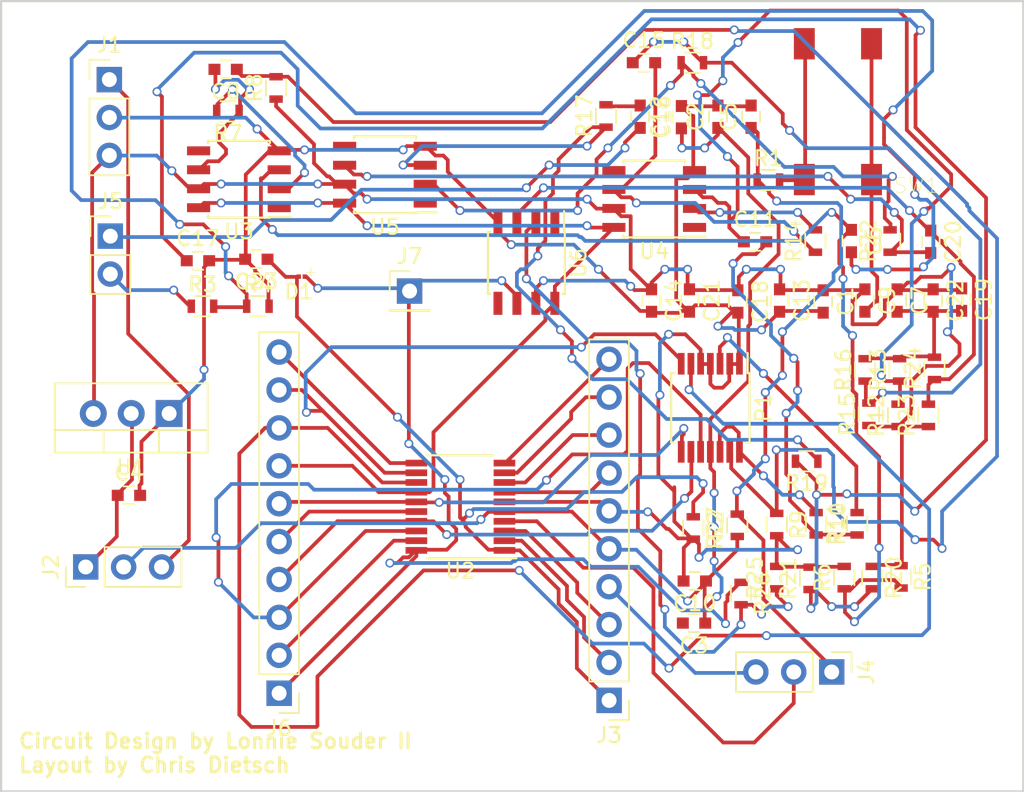
<source format=kicad_pcb>
(kicad_pcb (version 4) (host pcbnew 4.0.4-stable)
  (layers (0 F.Cu signal) (31 B.Cu signal) (34 B.Paste user) (35 F.Paste user) (36 B.SilkS user) (37 F.SilkS user) (38 B.Mask user) (39 F.Mask user) (44 Edge.Cuts user))
  (net 0 "")
  (net 1 GND)
  (net 2 +9V)
  (net 3 /DVCC)
  (net 4 "Net-(C3-Pad2)")
  (net 5 "Net-(C4-Pad1)")
  (net 6 "Net-(C5-Pad1)")
  (net 7 "Net-(C6-Pad2)")
  (net 8 "Net-(C6-Pad1)")
  (net 9 "Net-(C8-Pad2)")
  (net 10 "Net-(C8-Pad1)")
  (net 11 "Net-(C11-Pad2)")
  (net 12 "Net-(C11-Pad1)")
  (net 13 "Net-(C15-Pad2)")
  (net 14 "Net-(C15-Pad1)")
  (net 15 /DataSignalIn)
  (net 16 "Net-(C16-Pad1)")
  (net 17 "Net-(C17-Pad1)")
  (net 18 "Net-(C20-Pad2)")
  (net 19 "Net-(C20-Pad1)")
  (net 20 "Net-(C23-Pad1)")
  (net 21 /DataOut)
  (net 22 +3V3)
  (net 23 "Net-(J3-Pad2)")
  (net 24 "Net-(J3-Pad3)")
  (net 25 "Net-(J3-Pad4)")
  (net 26 "Net-(J3-Pad7)")
  (net 27 "Net-(J3-Pad8)")
  (net 28 "Net-(J3-Pad9)")
  (net 29 "Net-(J3-Pad10)")
  (net 30 "Net-(J4-Pad2)")
  (net 31 "Net-(J5-Pad2)")
  (net 32 "Net-(J6-Pad2)")
  (net 33 "Net-(J6-Pad3)")
  (net 34 "Net-(J6-Pad4)")
  (net 35 "Net-(J6-Pad5)")
  (net 36 "Net-(J6-Pad6)")
  (net 37 /~SD)
  (net 38 "Net-(J6-Pad8)")
  (net 39 "Net-(J6-Pad9)")
  (net 40 "Net-(J6-Pad10)")
  (net 41 "Net-(P1-Pad3)")
  (net 42 "Net-(P1-Pad12)")
  (net 43 "Net-(R1-Pad2)")
  (net 44 "Net-(R7-Pad2)")
  (net 45 "Net-(R14-Pad2)")
  (net 46 "Net-(R17-Pad1)")
  (net 47 "Net-(R18-Pad1)")
  (net 48 "Net-(R25-Pad1)")
  (module Capacitors_SMD:C_0603 (layer F.Cu) (at 164.2745 111.76 270)
    (fp_text reference C1 (at 0 -1.5 270) (layer F.SilkS))
    (fp_text value 100n)
    (pad 2 smd rect (at 0.75 0 270) (size 0.8 0.75) (layers F.Cu F.Paste F.Mask) (net 1 GND))
    (pad 1 smd rect (at -0.75 0 270) (size 0.8 0.75) (layers F.Cu F.Paste F.Mask) (net 2 +9V))
  )
  (module Capacitors_SMD:C_0603 (layer F.Cu) (at 157.226 99.3775 90)
    (fp_text reference C2 (at 0 -1.5 90) (layer F.SilkS))
    (fp_text value 1u)
    (pad 2 smd rect (at 0.75 0 90) (size 0.8 0.75) (layers F.Cu F.Paste F.Mask) (net 1 GND))
    (pad 1 smd rect (at -0.75 0 90) (size 0.8 0.75) (layers F.Cu F.Paste F.Mask) (net 3 /DVCC))
  )
  (module Capacitors_SMD:C_0603 (layer F.Cu) (at 155.6258 133.3119 180)
    (fp_text reference C3 (at 0 -1.5 180) (layer F.SilkS))
    (fp_text value 0.01u)
    (pad 2 smd rect (at 0.75 0 180) (size 0.8 0.75) (layers F.Cu F.Paste F.Mask) (net 4 "Net-(C3-Pad2)"))
    (pad 1 smd rect (at -0.75 0 180) (size 0.8 0.75) (layers F.Cu F.Paste F.Mask) (net 3 /DVCC))
  )
  (module Capacitors_SMD:C_0603 (layer F.Cu) (at 117.7798 124.7521)
    (fp_text reference C4 (at 0 -1.5) (layer F.SilkS))
    (fp_text value 10u)
    (pad 2 smd rect (at 0.75 0) (size 0.8 0.75) (layers F.Cu F.Paste F.Mask) (net 1 GND))
    (pad 1 smd rect (at -0.75 0) (size 0.8 0.75) (layers F.Cu F.Paste F.Mask) (net 5 "Net-(C4-Pad1)"))
  )
  (module Capacitors_SMD:C_0603 (layer F.Cu) (at 159.4485 99.3775 90)
    (fp_text reference C5 (at 0 -1.5 90) (layer F.SilkS))
    (fp_text value 0.01u)
    (pad 2 smd rect (at 0.75 0 90) (size 0.8 0.75) (layers F.Cu F.Paste F.Mask) (net 1 GND))
    (pad 1 smd rect (at -0.75 0 90) (size 0.8 0.75) (layers F.Cu F.Paste F.Mask) (net 6 "Net-(C5-Pad1)"))
  )
  (module Capacitors_SMD:C_0603 (layer F.Cu) (at 166.1668 107.7087 270)
    (fp_text reference C6 (at 0 -1.5 270) (layer F.SilkS))
    (fp_text value 1u)
    (pad 2 smd rect (at 0.75 0 270) (size 0.8 0.75) (layers F.Cu F.Paste F.Mask) (net 7 "Net-(C6-Pad2)"))
    (pad 1 smd rect (at -0.75 0 270) (size 0.8 0.75) (layers F.Cu F.Paste F.Mask) (net 8 "Net-(C6-Pad1)"))
  )
  (module Capacitors_SMD:C_0603 (layer F.Cu) (at 169.2275 111.6965 270)
    (fp_text reference C7 (at 0 -1.5 270) (layer F.SilkS))
    (fp_text value 1u)
    (pad 2 smd rect (at 0.75 0 270) (size 0.8 0.75) (layers F.Cu F.Paste F.Mask) (net 1 GND))
    (pad 1 smd rect (at -0.75 0 270) (size 0.8 0.75) (layers F.Cu F.Paste F.Mask) (net 2 +9V))
  )
  (module Capacitors_SMD:C_0603 (layer F.Cu) (at 124.2568 96.2025 180)
    (fp_text reference C8 (at 0 -1.5 180) (layer F.SilkS))
    (fp_text value 1u)
    (pad 2 smd rect (at 0.75 0 180) (size 0.8 0.75) (layers F.Cu F.Paste F.Mask) (net 9 "Net-(C8-Pad2)"))
    (pad 1 smd rect (at -0.75 0 180) (size 0.8 0.75) (layers F.Cu F.Paste F.Mask) (net 10 "Net-(C8-Pad1)"))
  )
  (module Capacitors_SMD:C_0603 (layer F.Cu) (at 167.0685 111.6965 270)
    (fp_text reference C9 (at 0 -1.5 270) (layer F.SilkS))
    (fp_text value 0.01u)
    (pad 2 smd rect (at 0.75 0 270) (size 0.8 0.75) (layers F.Cu F.Paste F.Mask) (net 1 GND))
    (pad 1 smd rect (at -0.75 0 270) (size 0.8 0.75) (layers F.Cu F.Paste F.Mask) (net 2 +9V))
  )
  (module Capacitors_SMD:C_0603 (layer F.Cu) (at 155.6766 130.4925 180)
    (fp_text reference C10 (at 0 -1.5 180) (layer F.SilkS))
    (fp_text value 1u)
    (pad 2 smd rect (at 0.75 0 180) (size 0.8 0.75) (layers F.Cu F.Paste F.Mask) (net 1 GND))
    (pad 1 smd rect (at -0.75 0 180) (size 0.8 0.75) (layers F.Cu F.Paste F.Mask) (net 3 /DVCC))
  )
  (module Capacitors_SMD:C_0603 (layer F.Cu) (at 159.7152 107.7595)
    (fp_text reference C11 (at 0 -1.5) (layer F.SilkS))
    (fp_text value 1u)
    (pad 2 smd rect (at 0.75 0) (size 0.8 0.75) (layers F.Cu F.Paste F.Mask) (net 11 "Net-(C11-Pad2)"))
    (pad 1 smd rect (at -0.75 0) (size 0.8 0.75) (layers F.Cu F.Paste F.Mask) (net 12 "Net-(C11-Pad1)"))
  )
  (module Capacitors_SMD:C_0603 (layer F.Cu) (at 154.78125 99.40925 90)
    (fp_text reference C12 (at 0 -1.5 90) (layer F.SilkS))
    (fp_text value 0.01u)
    (pad 2 smd rect (at 0.75 0 90) (size 0.8 0.75) (layers F.Cu F.Paste F.Mask) (net 1 GND))
    (pad 1 smd rect (at -0.75 0 90) (size 0.8 0.75) (layers F.Cu F.Paste F.Mask) (net 3 /DVCC))
  )
  (module Capacitors_SMD:C_0603 (layer F.Cu) (at 161.3535 111.6965 270)
    (fp_text reference C13 (at 0 -1.5 270) (layer F.SilkS))
    (fp_text value 1u)
    (pad 2 smd rect (at 0.75 0 270) (size 0.8 0.75) (layers F.Cu F.Paste F.Mask) (net 1 GND))
    (pad 1 smd rect (at -0.75 0 270) (size 0.8 0.75) (layers F.Cu F.Paste F.Mask) (net 2 +9V))
  )
  (module Capacitors_SMD:C_0603 (layer F.Cu) (at 152.781 111.6965 270)
    (fp_text reference C14 (at 0 -1.5 270) (layer F.SilkS))
    (fp_text value 0.01u)
    (pad 2 smd rect (at 0.75 0 270) (size 0.8 0.75) (layers F.Cu F.Paste F.Mask) (net 1 GND))
    (pad 1 smd rect (at -0.75 0 270) (size 0.8 0.75) (layers F.Cu F.Paste F.Mask) (net 2 +9V))
  )
  (module Capacitors_SMD:C_0603 (layer F.Cu) (at 152.273 95.758)
    (fp_text reference C15 (at 0 -1.5) (layer F.SilkS))
    (fp_text value 1u)
    (pad 2 smd rect (at 0.75 0) (size 0.8 0.75) (layers F.Cu F.Paste F.Mask) (net 13 "Net-(C15-Pad2)"))
    (pad 1 smd rect (at -0.75 0) (size 0.8 0.75) (layers F.Cu F.Paste F.Mask) (net 14 "Net-(C15-Pad1)"))
  )
  (module Capacitors_SMD:C_0603 (layer F.Cu) (at 152.019 99.3775 270)
    (fp_text reference C16 (at 0 -1.5 270) (layer F.SilkS))
    (fp_text value 1u)
    (pad 2 smd rect (at 0.75 0 270) (size 0.8 0.75) (layers F.Cu F.Paste F.Mask) (net 15 /DataSignalIn))
    (pad 1 smd rect (at -0.75 0 270) (size 0.8 0.75) (layers F.Cu F.Paste F.Mask) (net 16 "Net-(C16-Pad1)"))
  )
  (module Capacitors_SMD:C_0603 (layer F.Cu) (at 122.4026 109.0295)
    (fp_text reference C17 (at 0 -1.5) (layer F.SilkS))
    (fp_text value 1u)
    (pad 2 smd rect (at 0.75 0) (size 0.8 0.75) (layers F.Cu F.Paste F.Mask) (net 1 GND))
    (pad 1 smd rect (at -0.75 0) (size 0.8 0.75) (layers F.Cu F.Paste F.Mask) (net 17 "Net-(C17-Pad1)"))
  )
  (module Capacitors_SMD:C_0603 (layer F.Cu) (at 158.5595 111.76 270)
    (fp_text reference C18 (at 0 -1.5 270) (layer F.SilkS))
    (fp_text value 1u)
    (pad 2 smd rect (at 0.75 0 270) (size 0.8 0.75) (layers F.Cu F.Paste F.Mask) (net 1 GND))
    (pad 1 smd rect (at -0.75 0 270) (size 0.8 0.75) (layers F.Cu F.Paste F.Mask) (net 2 +9V))
  )
  (module Capacitors_SMD:C_0603 (layer F.Cu) (at 173.5455 111.633 270)
    (fp_text reference C19 (at 0 -1.5 270) (layer F.SilkS))
    (fp_text value 0.01u)
    (pad 2 smd rect (at 0.75 0 270) (size 0.8 0.75) (layers F.Cu F.Paste F.Mask) (net 1 GND))
    (pad 1 smd rect (at -0.75 0 270) (size 0.8 0.75) (layers F.Cu F.Paste F.Mask) (net 2 +9V))
  )
  (module Capacitors_SMD:C_0603 (layer F.Cu) (at 171.4754 107.7595 270)
    (fp_text reference C20 (at 0 -1.5 270) (layer F.SilkS))
    (fp_text value 1u)
    (pad 2 smd rect (at 0.75 0 270) (size 0.8 0.75) (layers F.Cu F.Paste F.Mask) (net 18 "Net-(C20-Pad2)"))
    (pad 1 smd rect (at -0.75 0 270) (size 0.8 0.75) (layers F.Cu F.Paste F.Mask) (net 19 "Net-(C20-Pad1)"))
  )
  (module Capacitors_SMD:C_0603 (layer F.Cu) (at 155.321 111.6965 270)
    (fp_text reference C21 (at 0 -1.5 270) (layer F.SilkS))
    (fp_text value 1u)
    (pad 2 smd rect (at 0.75 0 270) (size 0.8 0.75) (layers F.Cu F.Paste F.Mask) (net 1 GND))
    (pad 1 smd rect (at -0.75 0 270) (size 0.8 0.75) (layers F.Cu F.Paste F.Mask) (net 2 +9V))
  )
  (module Capacitors_SMD:C_0603 (layer F.Cu) (at 171.6405 111.6965 270)
    (fp_text reference C22 (at 0 -1.5 270) (layer F.SilkS))
    (fp_text value 0.01u)
    (pad 2 smd rect (at 0.75 0 270) (size 0.8 0.75) (layers F.Cu F.Paste F.Mask) (net 1 GND))
    (pad 1 smd rect (at -0.75 0 270) (size 0.8 0.75) (layers F.Cu F.Paste F.Mask) (net 2 +9V))
  )
  (module Capacitors_SMD:C_0603 (layer F.Cu) (at 126.3142 108.9279 180)
    (fp_text reference C23 (at 0 -1.5 180) (layer F.SilkS))
    (fp_text value 0.1u)
    (pad 2 smd rect (at 0.75 0 180) (size 0.8 0.75) (layers F.Cu F.Paste F.Mask) (net 1 GND))
    (pad 1 smd rect (at -0.75 0 180) (size 0.8 0.75) (layers F.Cu F.Paste F.Mask) (net 20 "Net-(C23-Pad1)"))
  )
  (module MyLib:D_0201 (layer F.Cu) (at 129.159 110.0963)
    (fp_text reference D1 (at 0 1) (layer F.SilkS))
    (fp_text value SMS7630-061 hide)
    (fp_text user + (at 0.8 -0.35) (layer F.SilkS) (effects (font (size 0.75 0.75) (thickness 0.05))))
    (pad 1 smd rect (at 0 0) (size 0.28 0.3) (layers F.Cu F.Paste F.Mask) (net 20 "Net-(C23-Pad1)"))
    (pad 2 smd rect (at 0.39 0) (size 0.28 0.3) (layers F.Cu F.Paste F.Mask) (net 21 /DataOut))
  )
  (module Pin_Headers:Pin_Header_Straight_1x03_Pitch2.54mm (layer F.Cu) (at 116.468359 96.889499)
    (fp_text reference J1 (at 0 -2.33) (layer F.SilkS))
    (fp_text value Conn_01x03_Male)
    (pad 1 thru_hole rect (at 0 0) (size 1.7 1.7) (drill 1) (layers *.Cu *.Mask) (net 22 +3V3))
    (pad 2 thru_hole oval (at 0 2.54) (size 1.7 1.7) (drill 1) (layers *.Cu *.Mask) (net 1 GND))
    (pad 3 thru_hole oval (at 0 5.08) (size 1.7 1.7) (drill 1) (layers *.Cu *.Mask) (net 2 +9V))
  )
  (module Pin_Headers:Pin_Header_Straight_1x03_Pitch2.54mm (layer F.Cu) (at 114.8842 129.5527 90)
    (fp_text reference J2 (at 0 -2.33 90) (layer F.SilkS))
    (fp_text value Conn_01x03_Male)
    (pad 1 thru_hole rect (at 0 0 90) (size 1.7 1.7) (drill 1) (layers *.Cu *.Mask) (net 5 "Net-(C4-Pad1)"))
    (pad 2 thru_hole oval (at 0 2.54 90) (size 1.7 1.7) (drill 1) (layers *.Cu *.Mask) (net 3 /DVCC))
    (pad 3 thru_hole oval (at 0 5.08 90) (size 1.7 1.7) (drill 1) (layers *.Cu *.Mask) (net 22 +3V3))
  )
  (module Pin_Headers:Pin_Header_Straight_1x10_Pitch2.54mm (layer F.Cu) (at 149.9362 138.4935 180)
    (fp_text reference J3 (at 0 -2.33 180) (layer F.SilkS))
    (fp_text value Conn_01x10_Male)
    (pad 1 thru_hole rect (at 0 0 180) (size 1.7 1.7) (drill 1) (layers *.Cu *.Mask) (net 20 "Net-(C23-Pad1)"))
    (pad 2 thru_hole oval (at 0 2.54 180) (size 1.7 1.7) (drill 1) (layers *.Cu *.Mask) (net 23 "Net-(J3-Pad2)"))
    (pad 3 thru_hole oval (at 0 5.08 180) (size 1.7 1.7) (drill 1) (layers *.Cu *.Mask) (net 24 "Net-(J3-Pad3)"))
    (pad 4 thru_hole oval (at 0 7.62 180) (size 1.7 1.7) (drill 1) (layers *.Cu *.Mask) (net 25 "Net-(J3-Pad4)"))
    (pad 5 thru_hole oval (at 0 10.16 180) (size 1.7 1.7) (drill 1) (layers *.Cu *.Mask) (net 3 /DVCC))
    (pad 6 thru_hole oval (at 0 12.7 180) (size 1.7 1.7) (drill 1) (layers *.Cu *.Mask) (net 1 GND))
    (pad 7 thru_hole oval (at 0 15.24 180) (size 1.7 1.7) (drill 1) (layers *.Cu *.Mask) (net 26 "Net-(J3-Pad7)"))
    (pad 8 thru_hole oval (at 0 17.78 180) (size 1.7 1.7) (drill 1) (layers *.Cu *.Mask) (net 27 "Net-(J3-Pad8)"))
    (pad 9 thru_hole oval (at 0 20.32 180) (size 1.7 1.7) (drill 1) (layers *.Cu *.Mask) (net 28 "Net-(J3-Pad9)"))
    (pad 10 thru_hole oval (at 0 22.86 180) (size 1.7 1.7) (drill 1) (layers *.Cu *.Mask) (net 29 "Net-(J3-Pad10)"))
  )
  (module Pin_Headers:Pin_Header_Straight_1x03_Pitch2.54mm (layer F.Cu) (at 164.846 136.5885 270)
    (fp_text reference J4 (at 0 -2.33 270) (layer F.SilkS))
    (fp_text value Conn_01x03_Male)
    (pad 1 thru_hole rect (at 0 0 270) (size 1.7 1.7) (drill 1) (layers *.Cu *.Mask) (net 6 "Net-(C5-Pad1)"))
    (pad 2 thru_hole oval (at 0 2.54 270) (size 1.7 1.7) (drill 1) (layers *.Cu *.Mask) (net 30 "Net-(J4-Pad2)"))
    (pad 3 thru_hole oval (at 0 5.08 270) (size 1.7 1.7) (drill 1) (layers *.Cu *.Mask) (net 25 "Net-(J3-Pad4)"))
  )
  (module Pin_Headers:Pin_Header_Straight_1x02_Pitch2.54mm (layer F.Cu) (at 116.532859 107.381999)
    (fp_text reference J5 (at 0 -2.33) (layer F.SilkS))
    (fp_text value Conn_01x02_Male)
    (pad 1 thru_hole rect (at 0 0) (size 1.7 1.7) (drill 1) (layers *.Cu *.Mask) (net 15 /DataSignalIn))
    (pad 2 thru_hole oval (at 0 2.54) (size 1.7 1.7) (drill 1) (layers *.Cu *.Mask) (net 31 "Net-(J5-Pad2)"))
  )
  (module Pin_Headers:Pin_Header_Straight_1x10_Pitch2.54mm (layer F.Cu) (at 127.8382 138.0109 180)
    (fp_text reference J6 (at 0 -2.33 180) (layer F.SilkS))
    (fp_text value Conn_01x10_Male)
    (pad 1 thru_hole rect (at 0 0 180) (size 1.7 1.7) (drill 1) (layers *.Cu *.Mask) (net 21 /DataOut))
    (pad 2 thru_hole oval (at 0 2.54 180) (size 1.7 1.7) (drill 1) (layers *.Cu *.Mask) (net 32 "Net-(J6-Pad2)"))
    (pad 3 thru_hole oval (at 0 5.08 180) (size 1.7 1.7) (drill 1) (layers *.Cu *.Mask) (net 33 "Net-(J6-Pad3)"))
    (pad 4 thru_hole oval (at 0 7.62 180) (size 1.7 1.7) (drill 1) (layers *.Cu *.Mask) (net 34 "Net-(J6-Pad4)"))
    (pad 5 thru_hole oval (at 0 10.16 180) (size 1.7 1.7) (drill 1) (layers *.Cu *.Mask) (net 35 "Net-(J6-Pad5)"))
    (pad 6 thru_hole oval (at 0 12.7 180) (size 1.7 1.7) (drill 1) (layers *.Cu *.Mask) (net 36 "Net-(J6-Pad6)"))
    (pad 7 thru_hole oval (at 0 15.24 180) (size 1.7 1.7) (drill 1) (layers *.Cu *.Mask) (net 37 /~SD))
    (pad 8 thru_hole oval (at 0 17.78 180) (size 1.7 1.7) (drill 1) (layers *.Cu *.Mask) (net 38 "Net-(J6-Pad8)"))
    (pad 9 thru_hole oval (at 0 20.32 180) (size 1.7 1.7) (drill 1) (layers *.Cu *.Mask) (net 39 "Net-(J6-Pad9)"))
    (pad 10 thru_hole oval (at 0 22.86 180) (size 1.7 1.7) (drill 1) (layers *.Cu *.Mask) (net 40 "Net-(J6-Pad10)"))
  )
  (module Pin_Headers:Pin_Header_Straight_1x01_Pitch2.54mm (layer F.Cu) (at 136.5758 111.0615)
    (fp_text reference J7 (at 0 -2.33) (layer F.SilkS))
    (fp_text value Conn_01x01_Male)
    (pad 1 thru_hole rect (at 0 0) (size 1.7 1.7) (drill 1) (layers *.Cu *.Mask) (net 21 /DataOut))
  )
  (module Housings_SSOP:TSSOP-14_4.4x5mm_Pitch0.65mm (layer F.Cu) (at 156.718 118.8847 270)
    (fp_text reference P1 (at 0 -3.55 270) (layer F.SilkS))
    (fp_text value AD8402ARUZ1)
    (pad 1 smd rect (at -2.95 -1.95 270) (size 1.45 0.45) (layers F.Cu F.Paste F.Mask) (net 1 GND))
    (pad 2 smd rect (at -2.95 -1.3 270) (size 1.45 0.45) (layers F.Cu F.Paste F.Mask) (net 1 GND))
    (pad 3 smd rect (at -2.95 -0.65 270) (size 1.45 0.45) (layers F.Cu F.Paste F.Mask) (net 41 "Net-(P1-Pad3)"))
    (pad 4 smd rect (at -2.95 0 270) (size 1.45 0.45) (layers F.Cu F.Paste F.Mask) (net 1 GND))
    (pad 5 smd rect (at -2.95 0.65 270) (size 1.45 0.45) (layers F.Cu F.Paste F.Mask) (net 1 GND))
    (pad 6 smd rect (at -2.95 1.3 270) (size 1.45 0.45) (layers F.Cu F.Paste F.Mask) (net 38 "Net-(J6-Pad8)"))
    (pad 7 smd rect (at -2.95 1.95 270) (size 1.45 0.45) (layers F.Cu F.Paste F.Mask) (net 39 "Net-(J6-Pad9)"))
    (pad 8 smd rect (at 2.95 1.95 270) (size 1.45 0.45) (layers F.Cu F.Paste F.Mask) (net 36 "Net-(J6-Pad6)"))
    (pad 9 smd rect (at 2.95 1.3 270) (size 1.45 0.45) (layers F.Cu F.Paste F.Mask) (net 34 "Net-(J6-Pad4)"))
    (pad 10 smd rect (at 2.95 0.65 270) (size 1.45 0.45) (layers F.Cu F.Paste F.Mask) (net 33 "Net-(J6-Pad3)"))
    (pad 11 smd rect (at 2.95 0 270) (size 1.45 0.45) (layers F.Cu F.Paste F.Mask) (net 3 /DVCC))
    (pad 12 smd rect (at 2.95 -0.65 270) (size 1.45 0.45) (layers F.Cu F.Paste F.Mask) (net 42 "Net-(P1-Pad12)"))
    (pad 13 smd rect (at 2.95 -1.3 270) (size 1.45 0.45) (layers F.Cu F.Paste F.Mask) (net 10 "Net-(C8-Pad1)"))
    (pad 14 smd rect (at 2.95 -1.95 270) (size 1.45 0.45) (layers F.Cu F.Paste F.Mask) (net 42 "Net-(P1-Pad12)"))
  )
  (module Resistors_SMD:R_0603 (layer F.Cu) (at 160.6042 103.6193)
    (fp_text reference R1 (at 0 -1.45) (layer F.SilkS))
    (fp_text value 10k)
    (pad 1 smd rect (at -0.75 0) (size 0.5 0.9) (layers F.Cu F.Paste F.Mask) (net 6 "Net-(C5-Pad1)"))
    (pad 2 smd rect (at 0.75 0) (size 0.5 0.9) (layers F.Cu F.Paste F.Mask) (net 43 "Net-(R1-Pad2)"))
  )
  (module Resistors_SMD:R_0603 (layer F.Cu) (at 158.5214 126.7587 90)
    (fp_text reference R2 (at 0 -1.45 90) (layer F.SilkS))
    (fp_text value 10k)
    (pad 1 smd rect (at -0.75 0 90) (size 0.5 0.9) (layers F.Cu F.Paste F.Mask) (net 3 /DVCC))
    (pad 2 smd rect (at 0.75 0 90) (size 0.5 0.9) (layers F.Cu F.Paste F.Mask) (net 6 "Net-(C5-Pad1)"))
  )
  (module Resistors_SMD:R_0603 (layer F.Cu) (at 122.7074 112.0775)
    (fp_text reference R3 (at 0 -1.45) (layer F.SilkS))
    (fp_text value 3.9k)
    (pad 1 smd rect (at -0.75 0) (size 0.5 0.9) (layers F.Cu F.Paste F.Mask) (net 31 "Net-(J5-Pad2)"))
    (pad 2 smd rect (at 0.75 0) (size 0.5 0.9) (layers F.Cu F.Paste F.Mask) (net 7 "Net-(C6-Pad2)"))
  )
  (module Resistors_SMD:R_0603 (layer F.Cu) (at 126.4158 112.0775)
    (fp_text reference R4 (at 0 -1.45) (layer F.SilkS))
    (fp_text value 1k)
    (pad 1 smd rect (at -0.75 0) (size 0.5 0.9) (layers F.Cu F.Paste F.Mask) (net 7 "Net-(C6-Pad2)"))
    (pad 2 smd rect (at 0.75 0) (size 0.5 0.9) (layers F.Cu F.Paste F.Mask) (net 1 GND))
  )
  (module Resistors_SMD:R_0603 (layer F.Cu) (at 169.4942 130.2131 270)
    (fp_text reference R5 (at 0 -1.45 270) (layer F.SilkS))
    (fp_text value 510k)
    (pad 1 smd rect (at -0.75 0 270) (size 0.5 0.9) (layers F.Cu F.Paste F.Mask) (net 2 +9V))
    (pad 2 smd rect (at 0.75 0 270) (size 0.5 0.9) (layers F.Cu F.Paste F.Mask) (net 8 "Net-(C6-Pad1)"))
  )
  (module Resistors_SMD:R_0603 (layer F.Cu) (at 165.6842 130.2639 90)
    (fp_text reference R6 (at 0 -1.45 90) (layer F.SilkS))
    (fp_text value 510k)
    (pad 1 smd rect (at -0.75 0 90) (size 0.5 0.9) (layers F.Cu F.Paste F.Mask) (net 8 "Net-(C6-Pad1)"))
    (pad 2 smd rect (at 0.75 0 90) (size 0.5 0.9) (layers F.Cu F.Paste F.Mask) (net 1 GND))
  )
  (module Resistors_SMD:R_0603 (layer F.Cu) (at 124.4092 99.0219 180)
    (fp_text reference R7 (at 0 -1.45 180) (layer F.SilkS))
    (fp_text value 1.3k)
    (pad 1 smd rect (at -0.75 0 180) (size 0.5 0.9) (layers F.Cu F.Paste F.Mask) (net 9 "Net-(C8-Pad2)"))
    (pad 2 smd rect (at 0.75 0 180) (size 0.5 0.9) (layers F.Cu F.Paste F.Mask) (net 44 "Net-(R7-Pad2)"))
  )
  (module Resistors_SMD:R_0603 (layer F.Cu) (at 127.635 97.4471 90)
    (fp_text reference R8 (at 0 -1.45 90) (layer F.SilkS))
    (fp_text value R)
    (pad 1 smd rect (at -0.75 0 90) (size 0.5 0.9) (layers F.Cu F.Paste F.Mask) (net 2 +9V))
    (pad 2 smd rect (at 0.75 0 90) (size 0.5 0.9) (layers F.Cu F.Paste F.Mask) (net 10 "Net-(C8-Pad1)"))
  )
  (module Resistors_SMD:R_0603 (layer F.Cu) (at 161.163 126.7079 270)
    (fp_text reference R9 (at 0 -1.45 270) (layer F.SilkS))
    (fp_text value R)
    (pad 1 smd rect (at -0.75 0 270) (size 0.5 0.9) (layers F.Cu F.Paste F.Mask) (net 10 "Net-(C8-Pad1)"))
    (pad 2 smd rect (at 0.75 0 270) (size 0.5 0.9) (layers F.Cu F.Paste F.Mask) (net 1 GND))
  )
  (module Resistors_SMD:R_0603 (layer F.Cu) (at 163.8046 126.6571 270)
    (fp_text reference R10 (at 0 -1.45 270) (layer F.SilkS))
    (fp_text value 10)
    (pad 1 smd rect (at -0.75 0 270) (size 0.5 0.9) (layers F.Cu F.Paste F.Mask) (net 42 "Net-(P1-Pad12)"))
    (pad 2 smd rect (at 0.75 0 270) (size 0.5 0.9) (layers F.Cu F.Paste F.Mask) (net 11 "Net-(C11-Pad2)"))
  )
  (module Resistors_SMD:R_0603 (layer F.Cu) (at 166.5478 126.6571 90)
    (fp_text reference R11 (at 0 -1.45 90) (layer F.SilkS))
    (fp_text value 10)
    (pad 1 smd rect (at -0.75 0 90) (size 0.5 0.9) (layers F.Cu F.Paste F.Mask) (net 11 "Net-(C11-Pad2)"))
    (pad 2 smd rect (at 0.75 0 90) (size 0.5 0.9) (layers F.Cu F.Paste F.Mask) (net 41 "Net-(P1-Pad3)"))
  )
  (module Resistors_SMD:R_0603 (layer F.Cu) (at 169.291 119.3927 90)
    (fp_text reference R12 (at 0 -1.45 90) (layer F.SilkS))
    (fp_text value 24k)
    (pad 1 smd rect (at -0.75 0 90) (size 0.5 0.9) (layers F.Cu F.Paste F.Mask) (net 2 +9V))
    (pad 2 smd rect (at 0.75 0 90) (size 0.5 0.9) (layers F.Cu F.Paste F.Mask) (net 12 "Net-(C11-Pad1)"))
  )
  (module Resistors_SMD:R_0603 (layer F.Cu) (at 169.3926 116.3447 90)
    (fp_text reference R13 (at 0 -1.45 90) (layer F.SilkS))
    (fp_text value 24k)
    (pad 1 smd rect (at -0.75 0 90) (size 0.5 0.9) (layers F.Cu F.Paste F.Mask) (net 12 "Net-(C11-Pad1)"))
    (pad 2 smd rect (at 0.75 0 90) (size 0.5 0.9) (layers F.Cu F.Paste F.Mask) (net 1 GND))
  )
  (module Resistors_SMD:R_0603 (layer F.Cu) (at 163.7538 107.7087 90)
    (fp_text reference R14 (at 0 -1.45 90) (layer F.SilkS))
    (fp_text value 250)
    (pad 1 smd rect (at -0.75 0 90) (size 0.5 0.9) (layers F.Cu F.Paste F.Mask) (net 13 "Net-(C15-Pad2)"))
    (pad 2 smd rect (at 0.75 0 90) (size 0.5 0.9) (layers F.Cu F.Paste F.Mask) (net 45 "Net-(R14-Pad2)"))
  )
  (module Resistors_SMD:R_0603 (layer F.Cu) (at 167.3352 119.3165 90)
    (fp_text reference R15 (at 0 -1.45 90) (layer F.SilkS))
    (fp_text value 820)
    (pad 1 smd rect (at -0.75 0 90) (size 0.5 0.9) (layers F.Cu F.Paste F.Mask) (net 2 +9V))
    (pad 2 smd rect (at 0.75 0 90) (size 0.5 0.9) (layers F.Cu F.Paste F.Mask) (net 14 "Net-(C15-Pad1)"))
  )
  (module Resistors_SMD:R_0603 (layer F.Cu) (at 167.0812 116.3447 90)
    (fp_text reference R16 (at 0 -1.45 90) (layer F.SilkS))
    (fp_text value 820)
    (pad 1 smd rect (at -0.75 0 90) (size 0.5 0.9) (layers F.Cu F.Paste F.Mask) (net 14 "Net-(C15-Pad1)"))
    (pad 2 smd rect (at 0.75 0 90) (size 0.5 0.9) (layers F.Cu F.Paste F.Mask) (net 1 GND))
  )
  (module Resistors_SMD:R_0603 (layer F.Cu) (at 149.733 99.3267 90)
    (fp_text reference R17 (at 0 -1.45 90) (layer F.SilkS))
    (fp_text value 10k)
    (pad 1 smd rect (at -0.75 0 90) (size 0.5 0.9) (layers F.Cu F.Paste F.Mask) (net 46 "Net-(R17-Pad1)"))
    (pad 2 smd rect (at 0.75 0 90) (size 0.5 0.9) (layers F.Cu F.Paste F.Mask) (net 16 "Net-(C16-Pad1)"))
  )
  (module Resistors_SMD:R_0603 (layer F.Cu) (at 155.5115 95.758)
    (fp_text reference R18 (at 0 -1.45) (layer F.SilkS))
    (fp_text value 100)
    (pad 1 smd rect (at -0.75 0) (size 0.5 0.9) (layers F.Cu F.Paste F.Mask) (net 47 "Net-(R18-Pad1)"))
    (pad 2 smd rect (at 0.75 0) (size 0.5 0.9) (layers F.Cu F.Paste F.Mask) (net 14 "Net-(C15-Pad1)"))
  )
  (module Resistors_SMD:R_0603 (layer F.Cu) (at 163.1696 122.4661 180)
    (fp_text reference R19 (at 0 -1.45 180) (layer F.SilkS))
    (fp_text value 10k)
    (pad 1 smd rect (at -0.75 0 180) (size 0.5 0.9) (layers F.Cu F.Paste F.Mask) (net 46 "Net-(R17-Pad1)"))
    (pad 2 smd rect (at 0.75 0 180) (size 0.5 0.9) (layers F.Cu F.Paste F.Mask) (net 17 "Net-(C17-Pad1)"))
  )
  (module Resistors_SMD:R_0603 (layer F.Cu) (at 167.5638 130.2639 270)
    (fp_text reference R20 (at 0 -1.45 270) (layer F.SilkS))
    (fp_text value 1k)
    (pad 1 smd rect (at -0.75 0 270) (size 0.5 0.9) (layers F.Cu F.Paste F.Mask) (net 2 +9V))
    (pad 2 smd rect (at 0.75 0 270) (size 0.5 0.9) (layers F.Cu F.Paste F.Mask) (net 17 "Net-(C17-Pad1)"))
  )
  (module Resistors_SMD:R_0603 (layer F.Cu) (at 163.3982 130.3147 90)
    (fp_text reference R21 (at 0 -1.45 90) (layer F.SilkS))
    (fp_text value 1k)
    (pad 1 smd rect (at -0.75 0 90) (size 0.5 0.9) (layers F.Cu F.Paste F.Mask) (net 17 "Net-(C17-Pad1)"))
    (pad 2 smd rect (at 0.75 0 90) (size 0.5 0.9) (layers F.Cu F.Paste F.Mask) (net 1 GND))
  )
  (module Resistors_SMD:R_0603 (layer F.Cu) (at 168.7576 107.7087 90)
    (fp_text reference R22 (at 0 -1.45 90) (layer F.SilkS))
    (fp_text value 287)
    (pad 1 smd rect (at -0.75 0 90) (size 0.5 0.9) (layers F.Cu F.Paste F.Mask) (net 18 "Net-(C20-Pad2)"))
    (pad 2 smd rect (at 0.75 0 90) (size 0.5 0.9) (layers F.Cu F.Paste F.Mask) (net 47 "Net-(R18-Pad1)"))
  )
  (module Resistors_SMD:R_0603 (layer F.Cu) (at 171.323 119.3927 90)
    (fp_text reference R23 (at 0 -1.45 90) (layer F.SilkS))
    (fp_text value 2.4k)
    (pad 1 smd rect (at -0.75 0 90) (size 0.5 0.9) (layers F.Cu F.Paste F.Mask) (net 2 +9V))
    (pad 2 smd rect (at 0.75 0 90) (size 0.5 0.9) (layers F.Cu F.Paste F.Mask) (net 19 "Net-(C20-Pad1)"))
  )
  (module Resistors_SMD:R_0603 (layer F.Cu) (at 171.7294 116.2431 90)
    (fp_text reference R24 (at 0 -1.45 90) (layer F.SilkS))
    (fp_text value 470)
    (pad 1 smd rect (at -0.75 0 90) (size 0.5 0.9) (layers F.Cu F.Paste F.Mask) (net 19 "Net-(C20-Pad1)"))
    (pad 2 smd rect (at 0.75 0 90) (size 0.5 0.9) (layers F.Cu F.Paste F.Mask) (net 1 GND))
  )
  (module Resistors_SMD:R_0603 (layer F.Cu) (at 161.163 130.2639 90)
    (fp_text reference R25 (at 0 -1.45 90) (layer F.SilkS))
    (fp_text value 100)
    (pad 1 smd rect (at -0.75 0 90) (size 0.5 0.9) (layers F.Cu F.Paste F.Mask) (net 48 "Net-(R25-Pad1)"))
    (pad 2 smd rect (at 0.75 0 90) (size 0.5 0.9) (layers F.Cu F.Paste F.Mask) (net 1 GND))
  )
  (module Resistors_SMD:R_0603 (layer F.Cu) (at 158.7754 131.3307 270)
    (fp_text reference R26 (at 0 -1.45 270) (layer F.SilkS))
    (fp_text value 220)
    (pad 1 smd rect (at -0.75 0 270) (size 0.5 0.9) (layers F.Cu F.Paste F.Mask) (net 21 /DataOut))
    (pad 2 smd rect (at 0.75 0 270) (size 0.5 0.9) (layers F.Cu F.Paste F.Mask) (net 48 "Net-(R25-Pad1)"))
  )
  (module Resistors_SMD:R_0603 (layer F.Cu) (at 155.575 126.9365 270)
    (fp_text reference R27 (at 0 -1.45 270) (layer F.SilkS))
    (fp_text value 10k)
    (pad 1 smd rect (at -0.75 0 270) (size 0.5 0.9) (layers F.Cu F.Paste F.Mask) (net 20 "Net-(C23-Pad1)"))
    (pad 2 smd rect (at 0.75 0 270) (size 0.5 0.9) (layers F.Cu F.Paste F.Mask) (net 1 GND))
  )
  (module MyLib:FSM2JSMAATR (layer F.Cu) (at 167.513 94.488)
    (fp_text reference SW1 (at 3 9.5) (layer F.SilkS) (effects (font (thickness 0.05))))
    (fp_text value SW_Push hide)
    (pad 1 smd rect (at 0 0) (size 1.4 2.1) (layers F.Cu F.Paste F.Mask) (net 1 GND))
    (pad 1 smd rect (at 0 9.1) (size 1.4 2.1) (layers F.Cu F.Paste F.Mask) (net 1 GND))
    (pad 2 smd rect (at -4.5 0) (size 1.4 2.1) (layers F.Cu F.Paste F.Mask) (net 43 "Net-(R1-Pad2)"))
    (pad 2 smd rect (at -4.5 9.1) (size 1.4 2.1) (layers F.Cu F.Paste F.Mask) (net 43 "Net-(R1-Pad2)"))
  )
  (module TO_SOT_Packages_THT:TO-220-3_Vertical (layer F.Cu) (at 120.4722 119.2657 180)
    (fp_text reference U1 (at 2.54 -3.62 180) (layer F.SilkS))
    (fp_text value LD1117V33)
    (pad 1 thru_hole rect (at 0 0 180) (size 1.8 1.8) (drill 1) (layers *.Cu *.Mask) (net 1 GND))
    (pad 2 thru_hole oval (at 2.54 0 180) (size 1.8 1.8) (drill 1) (layers *.Cu *.Mask) (net 5 "Net-(C4-Pad1)"))
    (pad 3 thru_hole oval (at 5.08 0 180) (size 1.8 1.8) (drill 1) (layers *.Cu *.Mask) (net 2 +9V))
  )
  (module Housings_SSOP:TSSOP-20_4.4x6.5mm_Pitch0.65mm (layer F.Cu) (at 139.9794 125.5141 180)
    (fp_text reference U2 (at 0 -4.3 180) (layer F.SilkS))
    (fp_text value MSP430FR2311IPW20R)
    (pad 1 smd rect (at -2.95 -2.925 180) (size 1.45 0.45) (layers F.Cu F.Paste F.Mask) (net 20 "Net-(C23-Pad1)"))
    (pad 2 smd rect (at -2.95 -2.275 180) (size 1.45 0.45) (layers F.Cu F.Paste F.Mask) (net 23 "Net-(J3-Pad2)"))
    (pad 3 smd rect (at -2.95 -1.625 180) (size 1.45 0.45) (layers F.Cu F.Paste F.Mask) (net 24 "Net-(J3-Pad3)"))
    (pad 4 smd rect (at -2.95 -0.975 180) (size 1.45 0.45) (layers F.Cu F.Paste F.Mask) (net 30 "Net-(J4-Pad2)"))
    (pad 5 smd rect (at -2.95 -0.325 180) (size 1.45 0.45) (layers F.Cu F.Paste F.Mask) (net 3 /DVCC))
    (pad 6 smd rect (at -2.95 0.325 180) (size 1.45 0.45) (layers F.Cu F.Paste F.Mask) (net 1 GND))
    (pad 7 smd rect (at -2.95 0.975 180) (size 1.45 0.45) (layers F.Cu F.Paste F.Mask) (net 26 "Net-(J3-Pad7)"))
    (pad 8 smd rect (at -2.95 1.625 180) (size 1.45 0.45) (layers F.Cu F.Paste F.Mask) (net 27 "Net-(J3-Pad8)"))
    (pad 9 smd rect (at -2.95 2.275 180) (size 1.45 0.45) (layers F.Cu F.Paste F.Mask) (net 28 "Net-(J3-Pad9)"))
    (pad 10 smd rect (at -2.95 2.925 180) (size 1.45 0.45) (layers F.Cu F.Paste F.Mask) (net 29 "Net-(J3-Pad10)"))
    (pad 11 smd rect (at 2.95 2.925 180) (size 1.45 0.45) (layers F.Cu F.Paste F.Mask) (net 40 "Net-(J6-Pad10)"))
    (pad 12 smd rect (at 2.95 2.275 180) (size 1.45 0.45) (layers F.Cu F.Paste F.Mask) (net 39 "Net-(J6-Pad9)"))
    (pad 13 smd rect (at 2.95 1.625 180) (size 1.45 0.45) (layers F.Cu F.Paste F.Mask) (net 38 "Net-(J6-Pad8)"))
    (pad 14 smd rect (at 2.95 0.975 180) (size 1.45 0.45) (layers F.Cu F.Paste F.Mask) (net 37 /~SD))
    (pad 15 smd rect (at 2.95 0.325 180) (size 1.45 0.45) (layers F.Cu F.Paste F.Mask) (net 36 "Net-(J6-Pad6)"))
    (pad 16 smd rect (at 2.95 -0.325 180) (size 1.45 0.45) (layers F.Cu F.Paste F.Mask) (net 35 "Net-(J6-Pad5)"))
    (pad 17 smd rect (at 2.95 -0.975 180) (size 1.45 0.45) (layers F.Cu F.Paste F.Mask) (net 34 "Net-(J6-Pad4)"))
    (pad 18 smd rect (at 2.95 -1.625 180) (size 1.45 0.45) (layers F.Cu F.Paste F.Mask) (net 33 "Net-(J6-Pad3)"))
    (pad 19 smd rect (at 2.95 -2.275 180) (size 1.45 0.45) (layers F.Cu F.Paste F.Mask) (net 32 "Net-(J6-Pad2)"))
    (pad 20 smd rect (at 2.95 -2.925 180) (size 1.45 0.45) (layers F.Cu F.Paste F.Mask) (net 21 /DataOut))
  )
  (module Housings_SOIC:SOIC-8_3.9x4.9mm_Pitch1.27mm (layer F.Cu) (at 125.1458 103.5685 180)
    (fp_text reference U3 (at 0 -3.5 180) (layer F.SilkS))
    (fp_text value LMH6703MA/NOPB)
    (pad 1 smd rect (at -2.7 -1.905 180) (size 1.55 0.6) (layers F.Cu F.Paste F.Mask))
    (pad 2 smd rect (at -2.7 -0.635 180) (size 1.55 0.6) (layers F.Cu F.Paste F.Mask) (net 44 "Net-(R7-Pad2)"))
    (pad 3 smd rect (at -2.7 0.635 180) (size 1.55 0.6) (layers F.Cu F.Paste F.Mask) (net 8 "Net-(C6-Pad1)"))
    (pad 4 smd rect (at -2.7 1.905 180) (size 1.55 0.6) (layers F.Cu F.Paste F.Mask) (net 1 GND))
    (pad 5 smd rect (at 2.7 1.905 180) (size 1.55 0.6) (layers F.Cu F.Paste F.Mask))
    (pad 6 smd rect (at 2.7 0.635 180) (size 1.55 0.6) (layers F.Cu F.Paste F.Mask) (net 9 "Net-(C8-Pad2)"))
    (pad 7 smd rect (at 2.7 -0.635 180) (size 1.55 0.6) (layers F.Cu F.Paste F.Mask) (net 2 +9V))
    (pad 8 smd rect (at 2.7 -1.905 180) (size 1.55 0.6) (layers F.Cu F.Paste F.Mask) (net 37 /~SD))
  )
  (module Housings_SOIC:SOIC-8_3.9x4.9mm_Pitch1.27mm (layer F.Cu) (at 152.9588 104.8893 180)
    (fp_text reference U4 (at 0 -3.5 180) (layer F.SilkS))
    (fp_text value LMH6703MA/NOPB)
    (pad 1 smd rect (at -2.7 -1.905 180) (size 1.55 0.6) (layers F.Cu F.Paste F.Mask))
    (pad 2 smd rect (at -2.7 -0.635 180) (size 1.55 0.6) (layers F.Cu F.Paste F.Mask) (net 45 "Net-(R14-Pad2)"))
    (pad 3 smd rect (at -2.7 0.635 180) (size 1.55 0.6) (layers F.Cu F.Paste F.Mask) (net 12 "Net-(C11-Pad1)"))
    (pad 4 smd rect (at -2.7 1.905 180) (size 1.55 0.6) (layers F.Cu F.Paste F.Mask) (net 1 GND))
    (pad 5 smd rect (at 2.7 1.905 180) (size 1.55 0.6) (layers F.Cu F.Paste F.Mask))
    (pad 6 smd rect (at 2.7 0.635 180) (size 1.55 0.6) (layers F.Cu F.Paste F.Mask) (net 13 "Net-(C15-Pad2)"))
    (pad 7 smd rect (at 2.7 -0.635 180) (size 1.55 0.6) (layers F.Cu F.Paste F.Mask) (net 2 +9V))
    (pad 8 smd rect (at 2.7 -1.905 180) (size 1.55 0.6) (layers F.Cu F.Paste F.Mask) (net 37 /~SD))
  )
  (module Housings_SOIC:SOIC-8_3.9x4.9mm_Pitch1.27mm (layer F.Cu) (at 134.9248 103.2637 180)
    (fp_text reference U5 (at 0 -3.5 180) (layer F.SilkS))
    (fp_text value LMH6703MA/NOPB)
    (pad 1 smd rect (at -2.7 -1.905 180) (size 1.55 0.6) (layers F.Cu F.Paste F.Mask))
    (pad 2 smd rect (at -2.7 -0.635 180) (size 1.55 0.6) (layers F.Cu F.Paste F.Mask) (net 47 "Net-(R18-Pad1)"))
    (pad 3 smd rect (at -2.7 0.635 180) (size 1.55 0.6) (layers F.Cu F.Paste F.Mask) (net 46 "Net-(R17-Pad1)"))
    (pad 4 smd rect (at -2.7 1.905 180) (size 1.55 0.6) (layers F.Cu F.Paste F.Mask) (net 1 GND))
    (pad 5 smd rect (at 2.7 1.905 180) (size 1.55 0.6) (layers F.Cu F.Paste F.Mask))
    (pad 6 smd rect (at 2.7 0.635 180) (size 1.55 0.6) (layers F.Cu F.Paste F.Mask) (net 18 "Net-(C20-Pad2)"))
    (pad 7 smd rect (at 2.7 -0.635 180) (size 1.55 0.6) (layers F.Cu F.Paste F.Mask) (net 2 +9V))
    (pad 8 smd rect (at 2.7 -1.905 180) (size 1.55 0.6) (layers F.Cu F.Paste F.Mask) (net 37 /~SD))
  )
  (module Housings_SOIC:SOIC-8_3.9x4.9mm_Pitch1.27mm (layer F.Cu) (at 144.399 109.1819 270)
    (fp_text reference U6 (at 0 -3.5 270) (layer F.SilkS))
    (fp_text value LMH6703MA/NOPB)
    (pad 1 smd rect (at -2.7 -1.905 270) (size 1.55 0.6) (layers F.Cu F.Paste F.Mask))
    (pad 2 smd rect (at -2.7 -0.635 270) (size 1.55 0.6) (layers F.Cu F.Paste F.Mask) (net 48 "Net-(R25-Pad1)"))
    (pad 3 smd rect (at -2.7 0.635 270) (size 1.55 0.6) (layers F.Cu F.Paste F.Mask) (net 19 "Net-(C20-Pad1)"))
    (pad 4 smd rect (at -2.7 1.905 270) (size 1.55 0.6) (layers F.Cu F.Paste F.Mask) (net 1 GND))
    (pad 5 smd rect (at 2.7 1.905 270) (size 1.55 0.6) (layers F.Cu F.Paste F.Mask))
    (pad 6 smd rect (at 2.7 0.635 270) (size 1.55 0.6) (layers F.Cu F.Paste F.Mask) (net 21 /DataOut))
    (pad 7 smd rect (at 2.7 -0.635 270) (size 1.55 0.6) (layers F.Cu F.Paste F.Mask) (net 2 +9V))
    (pad 8 smd rect (at 2.7 -1.905 270) (size 1.55 0.6) (layers F.Cu F.Paste F.Mask) (net 37 /~SD))
  )
  (gr_text "Circuit Design by Lonnie Souder II\nLayout by Chris Dietsch" (at 110.303 142.0215) (layer F.SilkS) (effects (font (size 1 1) (thickness 0.2)) (justify left)))
  (gr_line (start 109.22 91.6305) (end 177.673 91.6305) (angle 90) (layer Edge.Cuts) (width 0.15))
  (gr_line (start 109.22 144.5895) (end 109.22 91.6305) (angle 90) (layer Edge.Cuts) (width 0.15))
  (gr_line (start 112.776 144.5895) (end 109.22 144.5895) (angle 90) (layer Edge.Cuts) (width 0.15))
  (gr_line (start 177.673 144.5895) (end 112.776 144.5895) (angle 90) (layer Edge.Cuts) (width 0.15))
  (gr_line (start 177.673 91.6305) (end 177.673 144.5895) (angle 90) (layer Edge.Cuts) (width 0.15))
  (segment (start 139.13485 103.06685) (end 139.13485 102.27945) (width 0.25) (layer F.Cu) (net 1))
  (segment (start 138.811 101.981) (end 138.303 101.981) (width 0.25) (layer F.Cu) (net 1))
  (segment (start 138.303 101.981) (end 137.668 101.346) (width 0.25) (layer F.Cu) (net 1))
  (segment (start 138.8364 101.981) (end 138.811 101.981) (width 0.25) (layer F.Cu) (net 1))
  (segment (start 139.13485 102.27945) (end 138.8364 101.981) (width 0.25) (layer F.Cu) (net 1))
  (segment (start 142.494 106.426) (end 139.13485 103.06685) (width 0.25) (layer F.Cu) (net 1))
  (segment (start 156.718 117.0813) (end 156.718 117.2845) (width 0.25) (layer F.Cu) (net 1))
  (segment (start 157.988 117.094) (end 157.988 115.951) (width 0.25) (layer F.Cu) (net 1))
  (segment (start 157.5435 117.5385) (end 157.988 117.094) (width 0.25) (layer F.Cu) (net 1))
  (segment (start 156.972 117.5385) (end 157.5435 117.5385) (width 0.25) (layer F.Cu) (net 1))
  (segment (start 156.718 117.2845) (end 156.972 117.5385) (width 0.25) (layer F.Cu) (net 1))
  (segment (start 156.068 115.9347) (end 156.068 114.9835) (width 0.25) (layer F.Cu) (net 1))
  (segment (start 153.2382 123.4059) (end 154.305 124.4727) (width 0.25) (layer F.Cu) (net 1))
  (segment (start 153.2382 118.1227) (end 153.2382 123.4059) (width 0.25) (layer F.Cu) (net 1))
  (segment (start 153.3398 118.0211) (end 153.2382 118.1227) (width 0.25) (layer F.Cu) (net 1))
  (via (at 153.3398 118.0211) (size 0.6) (drill 0.4) (layers F.Cu B.Cu) (net 1))
  (segment (start 153.3398 114.5413) (end 153.3398 118.0211) (width 0.25) (layer B.Cu) (net 1))
  (segment (start 153.924 113.9571) (end 153.3398 114.5413) (width 0.25) (layer B.Cu) (net 1))
  (via (at 153.924 113.9571) (size 0.6) (drill 0.4) (layers F.Cu B.Cu) (net 1))
  (segment (start 155.0416 113.9571) (end 153.924 113.9571) (width 0.25) (layer F.Cu) (net 1))
  (segment (start 156.068 114.9835) (end 155.0416 113.9571) (width 0.25) (layer F.Cu) (net 1))
  (segment (start 149.9362 125.7935) (end 149.987 125.857) (width 0.25) (layer B.Cu) (net 1))
  (segment (start 149.987 125.857) (end 152.527 125.857) (width 0.25) (layer B.Cu) (net 1))
  (via (at 152.527 125.857) (size 0.6) (layers F.Cu B.Cu) (net 1))
  (segment (start 152.527 125.857) (end 152.654 125.857) (width 0.25) (layer F.Cu) (net 1))
  (segment (start 152.654 125.857) (end 153.797 127) (width 0.25) (layer F.Cu) (net 1))
  (segment (start 153.797 127) (end 153.924 127) (width 0.25) (layer F.Cu) (net 1))
  (segment (start 153.924 127) (end 154.559 127.635) (width 0.25) (layer F.Cu) (net 1))
  (segment (start 154.559 127.635) (end 155.575 127.635) (width 0.25) (layer F.Cu) (net 1))
  (segment (start 155.575 127.635) (end 155.575 127.6865) (width 0.25) (layer F.Cu) (net 1))
  (segment (start 125.5642 108.9279) (end 125.603 108.966) (width 0.25) (layer F.Cu) (net 1))
  (segment (start 125.603 108.966) (end 126.238 109.601) (width 0.25) (layer F.Cu) (net 1))
  (segment (start 126.238 109.601) (end 126.238 109.728) (width 0.25) (layer F.Cu) (net 1))
  (segment (start 126.238 109.728) (end 127.127 110.617) (width 0.25) (layer F.Cu) (net 1))
  (segment (start 127.127 110.617) (end 127.127 112.141) (width 0.25) (layer F.Cu) (net 1))
  (segment (start 127.127 112.141) (end 127.1658 112.0775) (width 0.25) (layer F.Cu) (net 1))
  (segment (start 155.575 127.6865) (end 155.575 127.635) (width 0.25) (layer F.Cu) (net 1))
  (segment (start 155.575 127.635) (end 155.956 128.016) (width 0.25) (layer F.Cu) (net 1))
  (segment (start 155.956 128.016) (end 155.956 128.905) (width 0.25) (layer F.Cu) (net 1))
  (via (at 155.956 128.905) (size 0.6) (layers F.Cu B.Cu) (net 1))
  (segment (start 155.956 128.905) (end 156.464 128.397) (width 0.25) (layer B.Cu) (net 1))
  (segment (start 156.464 128.397) (end 162.56 128.397) (width 0.25) (layer B.Cu) (net 1))
  (via (at 162.56 128.397) (size 0.6) (layers F.Cu B.Cu) (net 1))
  (segment (start 162.56 128.397) (end 162.052 128.397) (width 0.25) (layer F.Cu) (net 1))
  (segment (start 162.052 128.397) (end 161.163 127.508) (width 0.25) (layer F.Cu) (net 1))
  (segment (start 161.163 127.508) (end 161.163 127.4579) (width 0.25) (layer F.Cu) (net 1))
  (segment (start 155.575 127.6865) (end 155.575 127.635) (width 0.25) (layer F.Cu) (net 1))
  (segment (start 155.575 127.635) (end 154.94 128.27) (width 0.25) (layer F.Cu) (net 1))
  (segment (start 154.94 128.27) (end 154.94 130.556) (width 0.25) (layer F.Cu) (net 1))
  (segment (start 154.94 130.556) (end 154.9266 130.4925) (width 0.25) (layer F.Cu) (net 1))
  (segment (start 158.5595 112.51) (end 158.623 112.522) (width 0.25) (layer F.Cu) (net 1))
  (segment (start 158.623 112.522) (end 158.369 112.522) (width 0.25) (layer F.Cu) (net 1))
  (segment (start 158.369 112.522) (end 157.861 112.014) (width 0.25) (layer F.Cu) (net 1))
  (segment (start 157.861 112.014) (end 155.702 112.014) (width 0.25) (layer F.Cu) (net 1))
  (segment (start 155.702 112.014) (end 155.321 112.395) (width 0.25) (layer F.Cu) (net 1))
  (segment (start 155.321 112.395) (end 155.321 112.4465) (width 0.25) (layer F.Cu) (net 1))
  (segment (start 161.3535 112.4465) (end 161.417 112.395) (width 0.25) (layer F.Cu) (net 1))
  (segment (start 161.417 112.395) (end 164.211 112.395) (width 0.25) (layer F.Cu) (net 1))
  (segment (start 164.211 112.395) (end 164.338 112.522) (width 0.25) (layer F.Cu) (net 1))
  (segment (start 164.338 112.522) (end 164.2745 112.51) (width 0.25) (layer F.Cu) (net 1))
  (segment (start 158.5595 112.51) (end 158.623 112.522) (width 0.25) (layer F.Cu) (net 1))
  (segment (start 158.623 112.522) (end 158.115 112.522) (width 0.25) (layer F.Cu) (net 1))
  (segment (start 158.115 112.522) (end 157.226 113.411) (width 0.25) (layer F.Cu) (net 1))
  (via (at 157.226 113.411) (size 0.6) (layers F.Cu B.Cu) (net 1))
  (segment (start 157.226 113.411) (end 157.353 113.538) (width 0.25) (layer B.Cu) (net 1))
  (segment (start 157.353 113.538) (end 158.242 113.538) (width 0.25) (layer B.Cu) (net 1))
  (segment (start 158.242 113.538) (end 158.369 113.665) (width 0.25) (layer B.Cu) (net 1))
  (segment (start 158.369 113.665) (end 160.147 113.665) (width 0.25) (layer B.Cu) (net 1))
  (via (at 160.147 113.665) (size 0.6) (layers F.Cu B.Cu) (net 1))
  (segment (start 160.147 113.665) (end 161.417 112.395) (width 0.25) (layer F.Cu) (net 1))
  (segment (start 161.417 112.395) (end 161.3535 112.4465) (width 0.25) (layer F.Cu) (net 1))
  (segment (start 171.6405 112.4465) (end 171.704 112.395) (width 0.25) (layer F.Cu) (net 1))
  (segment (start 171.704 112.395) (end 171.704 115.443) (width 0.25) (layer F.Cu) (net 1))
  (segment (start 171.704 115.443) (end 171.7294 115.4931) (width 0.25) (layer F.Cu) (net 1))
  (segment (start 125.5642 108.9279) (end 125.603 108.966) (width 0.25) (layer F.Cu) (net 1))
  (segment (start 125.603 108.966) (end 123.317 108.966) (width 0.25) (layer F.Cu) (net 1))
  (segment (start 123.317 108.966) (end 123.19 109.093) (width 0.25) (layer F.Cu) (net 1))
  (segment (start 123.19 109.093) (end 123.1526 109.0295) (width 0.25) (layer F.Cu) (net 1))
  (segment (start 171.7294 115.4931) (end 171.704 115.443) (width 0.25) (layer F.Cu) (net 1))
  (segment (start 171.704 115.443) (end 169.545 115.443) (width 0.25) (layer F.Cu) (net 1))
  (segment (start 169.545 115.443) (end 169.418 115.57) (width 0.25) (layer F.Cu) (net 1))
  (segment (start 169.418 115.57) (end 169.3926 115.5947) (width 0.25) (layer F.Cu) (net 1))
  (segment (start 155.321 112.4465) (end 155.321 112.395) (width 0.25) (layer F.Cu) (net 1))
  (segment (start 155.321 112.395) (end 154.813 112.395) (width 0.25) (layer F.Cu) (net 1))
  (segment (start 154.813 112.395) (end 154.686 112.522) (width 0.25) (layer F.Cu) (net 1))
  (segment (start 154.686 112.522) (end 152.908 112.522) (width 0.25) (layer F.Cu) (net 1))
  (segment (start 152.908 112.522) (end 152.781 112.395) (width 0.25) (layer F.Cu) (net 1))
  (segment (start 152.781 112.395) (end 152.781 112.4465) (width 0.25) (layer F.Cu) (net 1))
  (segment (start 169.2275 112.4465) (end 169.291 112.395) (width 0.25) (layer F.Cu) (net 1))
  (segment (start 169.291 112.395) (end 171.704 112.395) (width 0.25) (layer F.Cu) (net 1))
  (segment (start 171.704 112.395) (end 171.6405 112.4465) (width 0.25) (layer F.Cu) (net 1))
  (segment (start 154.78125 98.65925) (end 154.813 98.679) (width 0.25) (layer F.Cu) (net 1))
  (segment (start 154.813 98.679) (end 157.226 98.679) (width 0.25) (layer F.Cu) (net 1))
  (segment (start 157.226 98.679) (end 157.226 98.6275) (width 0.25) (layer F.Cu) (net 1))
  (segment (start 161.163 129.5139) (end 161.163 129.54) (width 0.25) (layer F.Cu) (net 1))
  (segment (start 161.163 129.54) (end 163.449 129.54) (width 0.25) (layer F.Cu) (net 1))
  (segment (start 163.449 129.54) (end 163.3982 129.5647) (width 0.25) (layer F.Cu) (net 1))
  (segment (start 157.226 98.6275) (end 157.226 98.679) (width 0.25) (layer F.Cu) (net 1))
  (segment (start 157.226 98.679) (end 159.512 98.679) (width 0.25) (layer F.Cu) (net 1))
  (segment (start 159.512 98.679) (end 159.4485 98.6275) (width 0.25) (layer F.Cu) (net 1))
  (segment (start 169.3926 115.5947) (end 169.418 115.57) (width 0.25) (layer F.Cu) (net 1))
  (segment (start 169.418 115.57) (end 167.132 115.57) (width 0.25) (layer F.Cu) (net 1))
  (segment (start 167.132 115.57) (end 167.0812 115.5947) (width 0.25) (layer F.Cu) (net 1))
  (segment (start 163.3982 129.5647) (end 163.449 129.54) (width 0.25) (layer F.Cu) (net 1))
  (segment (start 163.449 129.54) (end 165.735 129.54) (width 0.25) (layer F.Cu) (net 1))
  (segment (start 165.735 129.54) (end 165.6842 129.5139) (width 0.25) (layer F.Cu) (net 1))
  (segment (start 161.163 127.4579) (end 161.163 129.5139) (width 0.25) (layer F.Cu) (net 1))
  (segment (start 171.6405 112.4465) (end 171.704 112.395) (width 0.25) (layer F.Cu) (net 1))
  (segment (start 171.704 112.395) (end 173.609 112.395) (width 0.25) (layer F.Cu) (net 1))
  (segment (start 173.609 112.395) (end 173.5455 112.383) (width 0.25) (layer F.Cu) (net 1))
  (segment (start 155.575 127.6865) (end 155.575 127.635) (width 0.25) (layer F.Cu) (net 1))
  (segment (start 155.575 127.635) (end 155.448 127.635) (width 0.25) (layer F.Cu) (net 1))
  (segment (start 155.448 127.635) (end 154.305 126.492) (width 0.25) (layer F.Cu) (net 1))
  (segment (start 154.305 126.492) (end 154.305 124.4727) (width 0.25) (layer F.Cu) (net 1))
  (segment (start 154.305 124.4727) (end 154.305 124.206) (width 0.25) (layer F.Cu) (net 1))
  (segment (start 156.083 115.951) (end 156.068 115.9347) (width 0.25) (layer F.Cu) (net 1))
  (segment (start 158.668 115.9347) (end 158.623 115.951) (width 0.25) (layer F.Cu) (net 1))
  (segment (start 158.623 115.951) (end 158.623 112.522) (width 0.25) (layer F.Cu) (net 1))
  (segment (start 158.623 112.522) (end 158.5595 112.51) (width 0.25) (layer F.Cu) (net 1))
  (segment (start 156.718 115.9347) (end 156.718 117.0813) (width 0.25) (layer F.Cu) (net 1))
  (segment (start 156.718 117.0813) (end 156.718 117.094) (width 0.25) (layer F.Cu) (net 1))
  (segment (start 157.988 115.951) (end 158.018 115.9347) (width 0.25) (layer F.Cu) (net 1))
  (segment (start 158.018 115.9347) (end 157.988 115.951) (width 0.25) (layer F.Cu) (net 1))
  (segment (start 157.988 115.951) (end 158.623 115.951) (width 0.25) (layer F.Cu) (net 1))
  (segment (start 158.623 115.951) (end 158.668 115.9347) (width 0.25) (layer F.Cu) (net 1))
  (segment (start 156.068 115.9347) (end 156.083 115.951) (width 0.25) (layer F.Cu) (net 1))
  (segment (start 156.083 115.951) (end 156.718 115.951) (width 0.25) (layer F.Cu) (net 1))
  (segment (start 156.718 115.951) (end 156.718 115.9347) (width 0.25) (layer F.Cu) (net 1))
  (segment (start 127.8458 101.6635) (end 127.889 101.727) (width 0.25) (layer F.Cu) (net 1))
  (segment (start 127.889 101.727) (end 127.127 101.727) (width 0.25) (layer F.Cu) (net 1))
  (segment (start 127.127 101.727) (end 125.603 103.251) (width 0.25) (layer F.Cu) (net 1))
  (segment (start 125.603 103.251) (end 125.603 108.966) (width 0.25) (layer F.Cu) (net 1))
  (segment (start 125.603 108.966) (end 125.5642 108.9279) (width 0.25) (layer F.Cu) (net 1))
  (segment (start 137.6248 101.3587) (end 137.668 101.346) (width 0.25) (layer F.Cu) (net 1))
  (segment (start 137.668 101.346) (end 136.398 101.346) (width 0.25) (layer F.Cu) (net 1))
  (segment (start 129.54 101.6) (end 128.016 101.6) (width 0.25) (layer F.Cu) (net 1))
  (via (at 129.54 101.6) (size 0.6) (layers F.Cu B.Cu) (net 1))
  (segment (start 136.144 101.6) (end 129.54 101.6) (width 0.25) (layer B.Cu) (net 1))
  (via (at 136.144 101.6) (size 0.6) (layers F.Cu B.Cu) (net 1))
  (segment (start 136.398 101.346) (end 136.144 101.6) (width 0.25) (layer F.Cu) (net 1))
  (segment (start 128.016 101.6) (end 127.889 101.727) (width 0.25) (layer F.Cu) (net 1))
  (segment (start 127.889 101.727) (end 127.8458 101.6635) (width 0.25) (layer F.Cu) (net 1))
  (segment (start 152.781 112.4465) (end 152.781 112.395) (width 0.25) (layer F.Cu) (net 1))
  (segment (start 152.781 112.395) (end 152.019 112.395) (width 0.25) (layer F.Cu) (net 1))
  (segment (start 152.019 112.395) (end 149.225 109.601) (width 0.25) (layer F.Cu) (net 1))
  (via (at 149.225 109.601) (size 0.6) (layers F.Cu B.Cu) (net 1))
  (segment (start 149.225 109.601) (end 147.574 107.95) (width 0.25) (layer B.Cu) (net 1))
  (segment (start 147.574 107.95) (end 143.383 107.95) (width 0.25) (layer B.Cu) (net 1))
  (via (at 143.383 107.95) (size 0.6) (layers F.Cu B.Cu) (net 1))
  (segment (start 143.383 107.95) (end 142.494 107.061) (width 0.25) (layer F.Cu) (net 1))
  (segment (start 142.494 107.061) (end 142.494 106.4819) (width 0.25) (layer F.Cu) (net 1))
  (segment (start 142.494 106.4819) (end 142.494 106.426) (width 0.25) (layer F.Cu) (net 1))
  (segment (start 137.668 101.346) (end 137.6248 101.3587) (width 0.25) (layer F.Cu) (net 1))
  (segment (start 155.321 112.4465) (end 155.321 112.395) (width 0.25) (layer F.Cu) (net 1))
  (segment (start 155.321 112.395) (end 155.194 112.395) (width 0.25) (layer F.Cu) (net 1))
  (segment (start 155.194 112.395) (end 154.432 111.633) (width 0.25) (layer F.Cu) (net 1))
  (segment (start 154.432 111.633) (end 154.432 103.505) (width 0.25) (layer F.Cu) (net 1))
  (segment (start 154.432 103.505) (end 155.194 103.505) (width 0.25) (layer F.Cu) (net 1))
  (segment (start 155.194 103.505) (end 155.702 102.997) (width 0.25) (layer F.Cu) (net 1))
  (segment (start 155.702 102.997) (end 155.6588 102.9843) (width 0.25) (layer F.Cu) (net 1))
  (segment (start 155.6588 102.9843) (end 155.702 102.997) (width 0.25) (layer F.Cu) (net 1))
  (segment (start 155.702 102.997) (end 155.575 102.87) (width 0.25) (layer F.Cu) (net 1))
  (segment (start 155.575 102.87) (end 155.575 99.314) (width 0.25) (layer F.Cu) (net 1))
  (segment (start 155.575 99.314) (end 155.448 99.314) (width 0.25) (layer F.Cu) (net 1))
  (segment (start 155.448 99.314) (end 154.813 98.679) (width 0.25) (layer F.Cu) (net 1))
  (segment (start 154.813 98.679) (end 154.78125 98.65925) (width 0.25) (layer F.Cu) (net 1))
  (segment (start 167.0685 112.4465) (end 167.132 112.395) (width 0.25) (layer F.Cu) (net 1))
  (segment (start 167.132 112.395) (end 167.767 111.76) (width 0.25) (layer F.Cu) (net 1))
  (segment (start 167.767 111.76) (end 167.894 111.76) (width 0.25) (layer F.Cu) (net 1))
  (segment (start 167.894 111.76) (end 167.894 110.109) (width 0.25) (layer F.Cu) (net 1))
  (segment (start 167.894 110.109) (end 167.513 109.728) (width 0.25) (layer F.Cu) (net 1))
  (segment (start 167.513 109.728) (end 167.513 103.588) (width 0.25) (layer F.Cu) (net 1))
  (segment (start 167.513 103.588) (end 167.513 94.488) (width 0.25) (layer F.Cu) (net 1))
  (segment (start 123.1526 109.0295) (end 123.19 109.093) (width 0.25) (layer F.Cu) (net 1))
  (segment (start 123.19 109.093) (end 122.809 109.474) (width 0.25) (layer F.Cu) (net 1))
  (segment (start 122.809 109.474) (end 122.809 116.332) (width 0.25) (layer F.Cu) (net 1))
  (via (at 122.809 116.332) (size 0.6) (layers F.Cu B.Cu) (net 1))
  (segment (start 122.809 116.332) (end 122.809 116.967) (width 0.25) (layer B.Cu) (net 1))
  (segment (start 122.809 116.967) (end 120.523 119.253) (width 0.25) (layer B.Cu) (net 1))
  (segment (start 120.523 119.253) (end 120.4722 119.2657) (width 0.25) (layer B.Cu) (net 1))
  (segment (start 120.4722 119.2657) (end 120.523 119.253) (width 0.25) (layer F.Cu) (net 1))
  (segment (start 120.523 119.253) (end 118.618 121.158) (width 0.25) (layer F.Cu) (net 1))
  (segment (start 118.618 121.158) (end 118.618 123.952) (width 0.25) (layer F.Cu) (net 1))
  (segment (start 118.618 123.952) (end 118.491 124.079) (width 0.25) (layer F.Cu) (net 1))
  (segment (start 118.491 124.079) (end 118.491 124.714) (width 0.25) (layer F.Cu) (net 1))
  (segment (start 118.491 124.714) (end 118.5298 124.7521) (width 0.25) (layer F.Cu) (net 1))
  (segment (start 127.8458 101.6635) (end 127.889 101.727) (width 0.25) (layer F.Cu) (net 1))
  (segment (start 127.889 101.727) (end 126.365 100.203) (width 0.25) (layer F.Cu) (net 1))
  (via (at 126.365 100.203) (size 0.6) (layers F.Cu B.Cu) (net 1))
  (segment (start 126.365 100.203) (end 125.603 99.441) (width 0.25) (layer B.Cu) (net 1))
  (segment (start 125.603 99.441) (end 116.459 99.441) (width 0.25) (layer B.Cu) (net 1))
  (segment (start 116.459 99.441) (end 116.468359 99.429499) (width 0.25) (layer B.Cu) (net 1))
  (segment (start 142.9294 125.1891) (end 149.3318 125.1891) (width 0.25) (layer F.Cu) (net 1))
  (segment (start 149.3318 125.1891) (end 149.9362 125.7935) (width 0.25) (layer F.Cu) (net 1))
  (segment (start 172.593 116.078) (end 172.6819 116.078) (width 0.25) (layer F.Cu) (net 2))
  (segment (start 169.291 120.142) (end 170.18 119.253) (width 0.25) (layer F.Cu) (net 2))
  (segment (start 170.18 117.094) (end 170.18 119.253) (width 0.25) (layer F.Cu) (net 2))
  (segment (start 171.196 116.078) (end 170.18 117.094) (width 0.25) (layer F.Cu) (net 2))
  (segment (start 172.593 116.078) (end 171.196 116.078) (width 0.25) (layer F.Cu) (net 2))
  (via (at 172.593 113.792) (size 0.6) (layers F.Cu B.Cu) (net 2))
  (segment (start 172.847 113.538) (end 172.593 113.792) (width 0.25) (layer B.Cu) (net 2))
  (segment (start 172.847 109.474) (end 172.847 113.538) (width 0.25) (layer B.Cu) (net 2))
  (via (at 172.847 109.474) (size 0.6) (layers F.Cu B.Cu) (net 2))
  (segment (start 172.212 110.109) (end 172.847 109.474) (width 0.25) (layer F.Cu) (net 2))
  (segment (start 170.815 110.109) (end 172.212 110.109) (width 0.25) (layer F.Cu) (net 2))
  (segment (start 170.434 110.49) (end 170.815 110.109) (width 0.25) (layer F.Cu) (net 2))
  (segment (start 169.926 110.49) (end 170.434 110.49) (width 0.25) (layer F.Cu) (net 2))
  (segment (start 169.926 110.49) (end 169.418 110.998) (width 0.25) (layer F.Cu) (net 2))
  (segment (start 173.4058 114.6048) (end 172.593 113.792) (width 0.25) (layer F.Cu) (net 2))
  (segment (start 173.4058 115.3541) (end 173.4058 114.6048) (width 0.25) (layer F.Cu) (net 2))
  (segment (start 172.6819 116.078) (end 173.4058 115.3541) (width 0.25) (layer F.Cu) (net 2))
  (segment (start 169.291 120.1427) (end 169.291 120.142) (width 0.25) (layer F.Cu) (net 2))
  (segment (start 169.291 120.142) (end 169.545 120.396) (width 0.25) (layer F.Cu) (net 2))
  (segment (start 169.545 120.396) (end 169.545 129.413) (width 0.25) (layer F.Cu) (net 2))
  (segment (start 169.545 129.413) (end 169.4942 129.4631) (width 0.25) (layer F.Cu) (net 2))
  (segment (start 169.2275 110.9465) (end 169.291 110.998) (width 0.25) (layer F.Cu) (net 2))
  (segment (start 169.291 110.998) (end 169.418 110.998) (width 0.25) (layer F.Cu) (net 2))
  (segment (start 169.291 120.142) (end 169.291 120.1427) (width 0.25) (layer F.Cu) (net 2))
  (segment (start 158.5595 111.01) (end 158.623 110.998) (width 0.25) (layer F.Cu) (net 2))
  (segment (start 158.623 110.998) (end 155.321 110.998) (width 0.25) (layer F.Cu) (net 2))
  (segment (start 155.321 110.998) (end 155.321 110.9465) (width 0.25) (layer F.Cu) (net 2))
  (segment (start 161.3535 110.9465) (end 161.417 110.998) (width 0.25) (layer F.Cu) (net 2))
  (segment (start 161.417 110.998) (end 164.338 110.998) (width 0.25) (layer F.Cu) (net 2))
  (segment (start 164.338 110.998) (end 164.2745 111.01) (width 0.25) (layer F.Cu) (net 2))
  (segment (start 161.3535 110.9465) (end 161.417 110.998) (width 0.25) (layer F.Cu) (net 2))
  (segment (start 161.417 110.998) (end 161.417 109.601) (width 0.25) (layer F.Cu) (net 2))
  (via (at 161.417 109.601) (size 0.6) (layers F.Cu B.Cu) (net 2))
  (segment (start 161.417 109.601) (end 159.131 109.601) (width 0.25) (layer B.Cu) (net 2))
  (via (at 159.131 109.601) (size 0.6) (layers F.Cu B.Cu) (net 2))
  (segment (start 159.131 109.601) (end 158.623 110.109) (width 0.25) (layer F.Cu) (net 2))
  (segment (start 158.623 110.109) (end 158.623 110.998) (width 0.25) (layer F.Cu) (net 2))
  (segment (start 158.623 110.998) (end 158.5595 111.01) (width 0.25) (layer F.Cu) (net 2))
  (segment (start 164.2745 111.01) (end 164.338 110.998) (width 0.25) (layer F.Cu) (net 2))
  (segment (start 164.338 110.998) (end 167.132 110.998) (width 0.25) (layer F.Cu) (net 2))
  (segment (start 167.132 110.998) (end 167.0685 110.9465) (width 0.25) (layer F.Cu) (net 2))
  (segment (start 155.321 110.9465) (end 155.321 110.998) (width 0.25) (layer F.Cu) (net 2))
  (segment (start 155.321 110.998) (end 155.194 110.871) (width 0.25) (layer F.Cu) (net 2))
  (segment (start 155.194 110.871) (end 155.194 109.601) (width 0.25) (layer F.Cu) (net 2))
  (via (at 155.194 109.601) (size 0.6) (layers F.Cu B.Cu) (net 2))
  (segment (start 155.194 109.601) (end 153.67 109.601) (width 0.25) (layer B.Cu) (net 2))
  (via (at 153.67 109.601) (size 0.6) (layers F.Cu B.Cu) (net 2))
  (segment (start 153.67 109.601) (end 152.781 110.49) (width 0.25) (layer F.Cu) (net 2))
  (segment (start 152.781 110.49) (end 152.781 110.9465) (width 0.25) (layer F.Cu) (net 2))
  (segment (start 169.2275 110.9465) (end 169.291 110.998) (width 0.25) (layer F.Cu) (net 2))
  (segment (start 169.291 110.998) (end 171.704 110.998) (width 0.25) (layer F.Cu) (net 2))
  (segment (start 171.704 110.998) (end 171.6405 110.9465) (width 0.25) (layer F.Cu) (net 2))
  (segment (start 169.4942 129.4631) (end 169.545 129.413) (width 0.25) (layer F.Cu) (net 2))
  (segment (start 169.545 129.413) (end 167.64 129.413) (width 0.25) (layer F.Cu) (net 2))
  (segment (start 167.64 129.413) (end 167.513 129.54) (width 0.25) (layer F.Cu) (net 2))
  (segment (start 167.513 129.54) (end 167.5638 129.5139) (width 0.25) (layer F.Cu) (net 2))
  (segment (start 171.6405 110.9465) (end 171.704 110.998) (width 0.25) (layer F.Cu) (net 2))
  (segment (start 171.704 110.998) (end 173.482 110.998) (width 0.25) (layer F.Cu) (net 2))
  (segment (start 173.482 110.998) (end 173.609 110.871) (width 0.25) (layer F.Cu) (net 2))
  (segment (start 173.609 110.871) (end 173.5455 110.883) (width 0.25) (layer F.Cu) (net 2))
  (segment (start 169.291 120.1427) (end 169.291 120.142) (width 0.25) (layer F.Cu) (net 2))
  (segment (start 169.291 120.142) (end 167.513 120.142) (width 0.25) (layer F.Cu) (net 2))
  (segment (start 167.513 120.142) (end 167.386 120.015) (width 0.25) (layer F.Cu) (net 2))
  (segment (start 167.386 120.015) (end 167.3352 120.0665) (width 0.25) (layer F.Cu) (net 2))
  (segment (start 167.0685 110.9465) (end 167.132 110.998) (width 0.25) (layer F.Cu) (net 2))
  (segment (start 167.132 110.998) (end 167.005 110.998) (width 0.25) (layer F.Cu) (net 2))
  (segment (start 167.005 110.998) (end 166.37 111.633) (width 0.25) (layer F.Cu) (net 2))
  (segment (start 166.37 111.633) (end 166.243 111.633) (width 0.25) (layer F.Cu) (net 2))
  (segment (start 166.243 111.633) (end 166.243 113.284) (width 0.25) (layer F.Cu) (net 2))
  (segment (start 166.243 113.284) (end 167.894 113.284) (width 0.25) (layer F.Cu) (net 2))
  (segment (start 167.894 113.284) (end 168.402 112.776) (width 0.25) (layer F.Cu) (net 2))
  (segment (start 168.402 112.776) (end 168.402 111.633) (width 0.25) (layer F.Cu) (net 2))
  (segment (start 168.402 111.633) (end 168.656 111.633) (width 0.25) (layer F.Cu) (net 2))
  (segment (start 168.656 111.633) (end 169.291 110.998) (width 0.25) (layer F.Cu) (net 2))
  (segment (start 169.291 110.998) (end 169.2275 110.9465) (width 0.25) (layer F.Cu) (net 2))
  (segment (start 169.291 120.1427) (end 169.291 120.142) (width 0.25) (layer F.Cu) (net 2))
  (segment (start 169.291 120.142) (end 171.323 120.142) (width 0.25) (layer F.Cu) (net 2))
  (segment (start 171.323 120.142) (end 171.323 120.1427) (width 0.25) (layer F.Cu) (net 2))
  (segment (start 132.2248 103.8987) (end 132.207 103.886) (width 0.25) (layer F.Cu) (net 2))
  (segment (start 132.207 103.886) (end 131.699 103.886) (width 0.25) (layer F.Cu) (net 2))
  (segment (start 131.699 103.886) (end 131.191 103.378) (width 0.25) (layer F.Cu) (net 2))
  (segment (start 131.191 103.378) (end 131.064 103.378) (width 0.25) (layer F.Cu) (net 2))
  (segment (start 131.064 103.378) (end 130.175 102.489) (width 0.25) (layer F.Cu) (net 2))
  (segment (start 130.175 102.489) (end 130.175 101.219) (width 0.25) (layer F.Cu) (net 2))
  (segment (start 130.175 101.219) (end 127.635 98.679) (width 0.25) (layer F.Cu) (net 2))
  (segment (start 127.635 98.679) (end 127.635 98.1971) (width 0.25) (layer F.Cu) (net 2))
  (segment (start 132.2248 103.8987) (end 132.207 103.886) (width 0.25) (layer F.Cu) (net 2))
  (segment (start 132.207 103.886) (end 130.429 103.886) (width 0.25) (layer F.Cu) (net 2))
  (via (at 130.429 103.886) (size 0.6) (layers F.Cu B.Cu) (net 2))
  (segment (start 130.429 103.886) (end 123.952 103.886) (width 0.25) (layer B.Cu) (net 2))
  (via (at 123.952 103.886) (size 0.6) (layers F.Cu B.Cu) (net 2))
  (segment (start 123.952 103.886) (end 122.809 103.886) (width 0.25) (layer F.Cu) (net 2))
  (segment (start 122.809 103.886) (end 122.428 104.267) (width 0.25) (layer F.Cu) (net 2))
  (segment (start 122.428 104.267) (end 122.4458 104.2035) (width 0.25) (layer F.Cu) (net 2))
  (segment (start 152.781 110.9465) (end 152.781 110.998) (width 0.25) (layer F.Cu) (net 2))
  (segment (start 152.781 110.998) (end 151.638 110.998) (width 0.25) (layer F.Cu) (net 2))
  (segment (start 151.638 110.998) (end 151.384 110.744) (width 0.25) (layer F.Cu) (net 2))
  (via (at 151.384 110.744) (size 0.6) (layers F.Cu B.Cu) (net 2))
  (segment (start 151.384 110.744) (end 151.003 110.363) (width 0.25) (layer B.Cu) (net 2))
  (segment (start 151.003 110.363) (end 145.542 110.363) (width 0.25) (layer B.Cu) (net 2))
  (via (at 145.542 110.363) (size 0.6) (layers F.Cu B.Cu) (net 2))
  (segment (start 145.542 110.363) (end 145.034 110.871) (width 0.25) (layer F.Cu) (net 2))
  (segment (start 145.034 110.871) (end 145.034 111.8819) (width 0.25) (layer F.Cu) (net 2))
  (segment (start 150.2588 105.5243) (end 150.241 105.537) (width 0.25) (layer F.Cu) (net 2))
  (segment (start 150.241 105.537) (end 149.098 105.537) (width 0.25) (layer F.Cu) (net 2))
  (segment (start 149.098 105.537) (end 148.463 104.902) (width 0.25) (layer F.Cu) (net 2))
  (via (at 148.463 104.902) (size 0.6) (layers F.Cu B.Cu) (net 2))
  (segment (start 148.463 104.902) (end 133.731 104.902) (width 0.25) (layer B.Cu) (net 2))
  (via (at 133.731 104.902) (size 0.6) (layers F.Cu B.Cu) (net 2))
  (segment (start 133.731 104.902) (end 133.35 104.521) (width 0.25) (layer F.Cu) (net 2))
  (segment (start 133.35 104.521) (end 132.842 104.521) (width 0.25) (layer F.Cu) (net 2))
  (segment (start 132.842 104.521) (end 132.207 103.886) (width 0.25) (layer F.Cu) (net 2))
  (segment (start 132.207 103.886) (end 132.2248 103.8987) (width 0.25) (layer F.Cu) (net 2))
  (segment (start 152.781 110.9465) (end 152.781 110.998) (width 0.25) (layer F.Cu) (net 2))
  (segment (start 152.781 110.998) (end 151.384 109.601) (width 0.25) (layer F.Cu) (net 2))
  (segment (start 151.384 109.601) (end 151.384 106.045) (width 0.25) (layer F.Cu) (net 2))
  (segment (start 151.384 106.045) (end 150.749 106.045) (width 0.25) (layer F.Cu) (net 2))
  (segment (start 150.749 106.045) (end 150.241 105.537) (width 0.25) (layer F.Cu) (net 2))
  (segment (start 150.241 105.537) (end 150.2588 105.5243) (width 0.25) (layer F.Cu) (net 2))
  (segment (start 116.468359 101.969499) (end 116.459 101.981) (width 0.25) (layer F.Cu) (net 2))
  (segment (start 116.459 101.981) (end 115.316 103.124) (width 0.25) (layer F.Cu) (net 2))
  (segment (start 115.316 103.124) (end 115.316 111.125) (width 0.25) (layer F.Cu) (net 2))
  (segment (start 115.316 111.125) (end 115.443 111.252) (width 0.25) (layer F.Cu) (net 2))
  (segment (start 115.443 111.252) (end 115.443 119.253) (width 0.25) (layer F.Cu) (net 2))
  (segment (start 115.443 119.253) (end 115.3922 119.2657) (width 0.25) (layer F.Cu) (net 2))
  (segment (start 122.4458 104.2035) (end 122.428 104.267) (width 0.25) (layer F.Cu) (net 2))
  (segment (start 122.428 104.267) (end 121.92 104.267) (width 0.25) (layer F.Cu) (net 2))
  (segment (start 121.92 104.267) (end 120.65 102.997) (width 0.25) (layer F.Cu) (net 2))
  (via (at 120.65 102.997) (size 0.6) (layers F.Cu B.Cu) (net 2))
  (segment (start 120.65 102.997) (end 119.634 101.981) (width 0.25) (layer B.Cu) (net 2))
  (segment (start 119.634 101.981) (end 116.459 101.981) (width 0.25) (layer B.Cu) (net 2))
  (segment (start 116.459 101.981) (end 116.468359 101.969499) (width 0.25) (layer B.Cu) (net 2))
  (segment (start 158.5214 127.5087) (end 158.5214 128.3977) (width 0.25) (layer F.Cu) (net 3))
  (segment (start 158.5214 128.3977) (end 156.4266 130.4925) (width 0.25) (layer F.Cu) (net 3))
  (segment (start 156.337 132.3213) (end 156.3624 132.3213) (width 0.25) (layer F.Cu) (net 3))
  (segment (start 157.47365 131.21005) (end 157.47365 130.29565) (width 0.25) (layer B.Cu) (net 3))
  (segment (start 157.1498 131.5339) (end 157.47365 131.21005) (width 0.25) (layer B.Cu) (net 3))
  (via (at 157.1498 131.5339) (size 0.6) (drill 0.4) (layers F.Cu B.Cu) (net 3))
  (segment (start 156.3624 132.3213) (end 157.1498 131.5339) (width 0.25) (layer F.Cu) (net 3))
  (segment (start 156.4266 130.4925) (end 156.464 130.556) (width 0.25) (layer F.Cu) (net 3))
  (segment (start 156.464 130.556) (end 155.194 131.826) (width 0.25) (layer F.Cu) (net 3))
  (via (at 155.194 131.826) (size 0.6) (layers F.Cu B.Cu) (net 3))
  (segment (start 155.194 131.826) (end 151.765 128.397) (width 0.25) (layer B.Cu) (net 3))
  (segment (start 151.765 128.397) (end 149.987 128.397) (width 0.25) (layer B.Cu) (net 3))
  (segment (start 149.987 128.397) (end 149.9362 128.3335) (width 0.25) (layer B.Cu) (net 3))
  (segment (start 156.4266 130.4925) (end 156.464 130.556) (width 0.25) (layer F.Cu) (net 3))
  (segment (start 156.464 130.556) (end 156.337 130.683) (width 0.25) (layer F.Cu) (net 3))
  (segment (start 156.337 130.683) (end 156.337 132.3213) (width 0.25) (layer F.Cu) (net 3))
  (segment (start 156.337 132.3213) (end 156.337 133.35) (width 0.25) (layer F.Cu) (net 3))
  (segment (start 156.337 133.35) (end 156.3758 133.3119) (width 0.25) (layer F.Cu) (net 3))
  (segment (start 154.78125 100.15925) (end 154.813 100.203) (width 0.25) (layer F.Cu) (net 3))
  (segment (start 154.813 100.203) (end 154.813 101.473) (width 0.25) (layer F.Cu) (net 3))
  (via (at 154.813 101.473) (size 0.6) (layers F.Cu B.Cu) (net 3))
  (segment (start 154.813 101.473) (end 156.337 101.473) (width 0.25) (layer B.Cu) (net 3))
  (via (at 156.337 101.473) (size 0.6) (layers F.Cu B.Cu) (net 3))
  (segment (start 156.337 101.473) (end 157.226 100.584) (width 0.25) (layer F.Cu) (net 3))
  (segment (start 157.226 100.584) (end 157.226 100.1275) (width 0.25) (layer F.Cu) (net 3))
  (segment (start 157.226 100.1275) (end 157.226 100.076) (width 0.25) (layer F.Cu) (net 3))
  (segment (start 157.226 100.076) (end 159.258 102.108) (width 0.25) (layer F.Cu) (net 3))
  (segment (start 159.258 102.108) (end 159.258 104.521) (width 0.25) (layer F.Cu) (net 3))
  (segment (start 159.258 104.521) (end 161.29 106.553) (width 0.25) (layer F.Cu) (net 3))
  (segment (start 161.29 106.553) (end 161.29 108.585) (width 0.25) (layer F.Cu) (net 3))
  (segment (start 161.29 108.585) (end 159.385 110.49) (width 0.25) (layer F.Cu) (net 3))
  (segment (start 159.385 110.49) (end 159.385 113.284) (width 0.25) (layer F.Cu) (net 3))
  (segment (start 159.385 113.284) (end 159.258 113.411) (width 0.25) (layer F.Cu) (net 3))
  (segment (start 159.258 113.411) (end 159.258 117.094) (width 0.25) (layer F.Cu) (net 3))
  (segment (start 159.258 117.094) (end 156.718 119.634) (width 0.25) (layer F.Cu) (net 3))
  (segment (start 156.718 119.634) (end 156.718 121.8347) (width 0.25) (layer F.Cu) (net 3))
  (segment (start 156.718 121.8347) (end 156.718 122.936) (width 0.25) (layer F.Cu) (net 3))
  (segment (start 156.972 129.794) (end 157.47365 130.29565) (width 0.25) (layer B.Cu) (net 3))
  (segment (start 156.972 129.159) (end 156.972 129.794) (width 0.25) (layer B.Cu) (net 3))
  (via (at 156.972 129.159) (size 0.6) (layers F.Cu B.Cu) (net 3))
  (segment (start 156.972 126.873) (end 156.972 129.159) (width 0.25) (layer F.Cu) (net 3))
  (via (at 156.972 126.873) (size 0.6) (layers F.Cu B.Cu) (net 3))
  (segment (start 156.972 124.587) (end 156.972 126.873) (width 0.25) (layer B.Cu) (net 3))
  (via (at 156.972 124.587) (size 0.6) (layers F.Cu B.Cu) (net 3))
  (segment (start 156.972 123.19) (end 156.972 124.587) (width 0.25) (layer F.Cu) (net 3))
  (segment (start 156.718 122.936) (end 156.972 123.19) (width 0.25) (layer F.Cu) (net 3))
  (segment (start 158.496 127.508) (end 158.5214 127.5087) (width 0.25) (layer F.Cu) (net 3))
  (segment (start 142.9294 125.8391) (end 142.875 125.857) (width 0.25) (layer F.Cu) (net 3))
  (segment (start 142.875 125.857) (end 141.859 125.857) (width 0.25) (layer F.Cu) (net 3))
  (segment (start 141.859 125.857) (end 141.351 126.365) (width 0.25) (layer F.Cu) (net 3))
  (via (at 141.351 126.365) (size 0.6) (layers F.Cu B.Cu) (net 3))
  (segment (start 141.351 126.365) (end 141.097 126.619) (width 0.25) (layer B.Cu) (net 3))
  (segment (start 141.097 126.619) (end 126.619 126.619) (width 0.25) (layer B.Cu) (net 3))
  (segment (start 126.619 126.619) (end 124.968 128.27) (width 0.25) (layer B.Cu) (net 3))
  (segment (start 124.968 128.27) (end 118.745 128.27) (width 0.25) (layer B.Cu) (net 3))
  (segment (start 118.745 128.27) (end 117.475 129.54) (width 0.25) (layer B.Cu) (net 3))
  (segment (start 117.475 129.54) (end 117.4242 129.5527) (width 0.25) (layer B.Cu) (net 3))
  (segment (start 142.9294 125.8391) (end 147.4418 125.8391) (width 0.25) (layer F.Cu) (net 3))
  (segment (start 147.4418 125.8391) (end 149.9362 128.3335) (width 0.25) (layer F.Cu) (net 3))
  (segment (start 114.8842 129.5527) (end 114.935 129.54) (width 0.25) (layer F.Cu) (net 5))
  (segment (start 114.935 129.54) (end 116.967 127.508) (width 0.25) (layer F.Cu) (net 5))
  (segment (start 116.967 127.508) (end 116.967 124.714) (width 0.25) (layer F.Cu) (net 5))
  (segment (start 116.967 124.714) (end 117.0298 124.7521) (width 0.25) (layer F.Cu) (net 5))
  (segment (start 117.0298 124.7521) (end 116.967 124.714) (width 0.25) (layer F.Cu) (net 5))
  (segment (start 116.967 124.714) (end 117.983 123.698) (width 0.25) (layer F.Cu) (net 5))
  (segment (start 117.983 123.698) (end 117.983 119.253) (width 0.25) (layer F.Cu) (net 5))
  (segment (start 117.983 119.253) (end 117.9322 119.2657) (width 0.25) (layer F.Cu) (net 5))
  (segment (start 159.8542 103.6193) (end 159.893 103.632) (width 0.25) (layer F.Cu) (net 6))
  (segment (start 159.893 103.632) (end 160.655 104.394) (width 0.25) (layer F.Cu) (net 6))
  (segment (start 160.655 104.394) (end 160.655 104.521) (width 0.25) (layer F.Cu) (net 6))
  (segment (start 160.655 104.521) (end 161.163 105.029) (width 0.25) (layer F.Cu) (net 6))
  (via (at 161.163 105.029) (size 0.6) (layers F.Cu B.Cu) (net 6))
  (segment (start 161.163 105.029) (end 161.29 105.156) (width 0.25) (layer B.Cu) (net 6))
  (segment (start 161.29 105.156) (end 165.227 105.156) (width 0.25) (layer B.Cu) (net 6))
  (segment (start 165.227 105.156) (end 165.481 105.41) (width 0.25) (layer B.Cu) (net 6))
  (segment (start 165.481 105.41) (end 165.481 109.347) (width 0.25) (layer B.Cu) (net 6))
  (segment (start 165.481 109.347) (end 164.973 109.855) (width 0.25) (layer B.Cu) (net 6))
  (segment (start 164.973 109.855) (end 164.973 110.363) (width 0.25) (layer B.Cu) (net 6))
  (segment (start 164.973 110.363) (end 161.544 113.792) (width 0.25) (layer B.Cu) (net 6))
  (via (at 161.544 113.792) (size 0.6) (layers F.Cu B.Cu) (net 6))
  (segment (start 161.544 113.792) (end 161.544 116.713) (width 0.25) (layer F.Cu) (net 6))
  (via (at 161.544 116.713) (size 0.6) (layers F.Cu B.Cu) (net 6))
  (segment (start 161.544 116.713) (end 160.401 117.856) (width 0.25) (layer B.Cu) (net 6))
  (via (at 160.401 117.856) (size 0.6) (layers F.Cu B.Cu) (net 6))
  (segment (start 160.401 117.856) (end 160.401 122.301) (width 0.25) (layer F.Cu) (net 6))
  (via (at 160.401 122.301) (size 0.6) (layers F.Cu B.Cu) (net 6))
  (segment (start 160.401 122.301) (end 159.639 123.063) (width 0.25) (layer B.Cu) (net 6))
  (segment (start 159.639 123.063) (end 159.639 123.317) (width 0.25) (layer B.Cu) (net 6))
  (segment (start 159.639 123.317) (end 158.496 124.46) (width 0.25) (layer B.Cu) (net 6))
  (via (at 158.496 124.46) (size 0.6) (layers F.Cu B.Cu) (net 6))
  (segment (start 158.496 124.46) (end 158.496 125.984) (width 0.25) (layer F.Cu) (net 6))
  (segment (start 158.496 125.984) (end 158.5214 126.0087) (width 0.25) (layer F.Cu) (net 6))
  (segment (start 159.4485 100.1275) (end 159.512 100.076) (width 0.25) (layer F.Cu) (net 6))
  (segment (start 159.512 100.076) (end 159.893 100.457) (width 0.25) (layer F.Cu) (net 6))
  (segment (start 159.893 100.457) (end 159.893 103.632) (width 0.25) (layer F.Cu) (net 6))
  (segment (start 159.893 103.632) (end 159.8542 103.6193) (width 0.25) (layer F.Cu) (net 6))
  (segment (start 158.5214 126.0087) (end 158.496 125.984) (width 0.25) (layer F.Cu) (net 6))
  (segment (start 158.496 125.984) (end 160.274 127.762) (width 0.25) (layer F.Cu) (net 6))
  (segment (start 160.274 127.762) (end 160.274 131.699) (width 0.25) (layer F.Cu) (net 6))
  (segment (start 160.274 131.699) (end 164.846 136.271) (width 0.25) (layer F.Cu) (net 6))
  (segment (start 164.846 136.271) (end 164.846 136.5885) (width 0.25) (layer F.Cu) (net 6))
  (segment (start 168.3512 100.7745) (end 168.3512 101.2317) (width 0.25) (layer F.Cu) (net 7))
  (segment (start 125.6658 111.2513) (end 124.46 110.0455) (width 0.25) (layer F.Cu) (net 7))
  (via (at 124.46 110.0455) (size 0.6) (drill 0.4) (layers F.Cu B.Cu) (net 7))
  (segment (start 124.46 110.0455) (end 124.2568 109.8423) (width 0.25) (layer B.Cu) (net 7))
  (segment (start 124.2568 109.8423) (end 124.2568 108.0897) (width 0.25) (layer B.Cu) (net 7))
  (via (at 124.2568 108.0897) (size 0.6) (drill 0.4) (layers F.Cu B.Cu) (net 7))
  (segment (start 124.2568 108.0897) (end 122.7582 106.5911) (width 0.25) (layer F.Cu) (net 7))
  (segment (start 122.7582 106.5911) (end 121.1834 106.5911) (width 0.25) (layer F.Cu) (net 7))
  (via (at 121.1834 106.5911) (size 0.6) (drill 0.4) (layers F.Cu B.Cu) (net 7))
  (segment (start 121.1834 106.5911) (end 119.5578 104.9655) (width 0.25) (layer B.Cu) (net 7))
  (segment (start 119.5578 104.9655) (end 114.5794 104.9655) (width 0.25) (layer B.Cu) (net 7))
  (segment (start 114.5794 104.9655) (end 113.9444 104.3305) (width 0.25) (layer B.Cu) (net 7))
  (segment (start 113.9444 104.3305) (end 113.9444 95.4659) (width 0.25) (layer B.Cu) (net 7))
  (segment (start 113.9444 95.4659) (end 115.0366 94.3737) (width 0.25) (layer B.Cu) (net 7))
  (segment (start 115.0366 94.3737) (end 128.1938 94.3737) (width 0.25) (layer B.Cu) (net 7))
  (segment (start 128.1938 94.3737) (end 132.969 99.1489) (width 0.25) (layer B.Cu) (net 7))
  (segment (start 132.969 99.1489) (end 145.4404 99.1489) (width 0.25) (layer B.Cu) (net 7))
  (segment (start 145.4404 99.1489) (end 152.2984 92.2909) (width 0.25) (layer B.Cu) (net 7))
  (segment (start 152.2984 92.2909) (end 170.942 92.2909) (width 0.25) (layer B.Cu) (net 7))
  (segment (start 170.942 92.2909) (end 171.577 92.9259) (width 0.25) (layer B.Cu) (net 7))
  (segment (start 171.577 92.9259) (end 171.577 96.3041) (width 0.25) (layer B.Cu) (net 7))
  (segment (start 171.577 96.3041) (end 168.9608 98.9203) (width 0.25) (layer B.Cu) (net 7))
  (via (at 168.9608 98.9203) (size 0.6) (drill 0.4) (layers F.Cu B.Cu) (net 7))
  (segment (start 168.9608 98.9203) (end 168.3512 99.5299) (width 0.25) (layer F.Cu) (net 7))
  (segment (start 168.3512 99.5299) (end 168.3512 100.7745) (width 0.25) (layer F.Cu) (net 7))
  (segment (start 125.6658 112.0775) (end 125.6658 111.2513) (width 0.25) (layer F.Cu) (net 7))
  (segment (start 166.1668 109.3089) (end 166.1668 108.4587) (width 0.25) (layer F.Cu) (net 7))
  (segment (start 166.4716 109.6137) (end 166.1668 109.3089) (width 0.25) (layer F.Cu) (net 7))
  (via (at 166.4716 109.6137) (size 0.6) (drill 0.4) (layers F.Cu B.Cu) (net 7))
  (segment (start 168.5798 109.6137) (end 166.4716 109.6137) (width 0.25) (layer B.Cu) (net 7))
  (via (at 168.5798 109.6137) (size 0.6) (drill 0.4) (layers F.Cu B.Cu) (net 7))
  (segment (start 170.815 109.6137) (end 168.5798 109.6137) (width 0.25) (layer F.Cu) (net 7))
  (segment (start 170.9928 109.4359) (end 170.815 109.6137) (width 0.25) (layer F.Cu) (net 7))
  (via (at 170.9928 109.4359) (size 0.6) (drill 0.4) (layers F.Cu B.Cu) (net 7))
  (segment (start 171.6532 108.7755) (end 170.9928 109.4359) (width 0.25) (layer B.Cu) (net 7))
  (segment (start 171.6532 105.3719) (end 171.6532 108.7755) (width 0.25) (layer B.Cu) (net 7))
  (segment (start 171.2214 104.9401) (end 171.6532 105.3719) (width 0.25) (layer B.Cu) (net 7))
  (segment (start 170.7642 104.9401) (end 171.2214 104.9401) (width 0.25) (layer B.Cu) (net 7))
  (segment (start 170.4086 104.5845) (end 170.7642 104.9401) (width 0.25) (layer B.Cu) (net 7))
  (via (at 170.4086 104.5845) (size 0.6) (drill 0.4) (layers F.Cu B.Cu) (net 7))
  (segment (start 170.4086 103.2891) (end 170.4086 104.5845) (width 0.25) (layer F.Cu) (net 7))
  (segment (start 168.3512 101.2317) (end 170.4086 103.2891) (width 0.25) (layer F.Cu) (net 7))
  (segment (start 123.4574 112.0775) (end 123.444 112.141) (width 0.25) (layer F.Cu) (net 7))
  (segment (start 123.444 112.141) (end 125.603 112.141) (width 0.25) (layer F.Cu) (net 7))
  (segment (start 125.603 112.141) (end 125.6658 112.0775) (width 0.25) (layer F.Cu) (net 7))
  (segment (start 166.1668 106.9587) (end 166.116 106.934) (width 0.25) (layer F.Cu) (net 8))
  (segment (start 166.116 106.934) (end 165.354 107.696) (width 0.25) (layer F.Cu) (net 8))
  (segment (start 165.354 107.696) (end 165.354 109.22) (width 0.25) (layer F.Cu) (net 8))
  (segment (start 165.354 109.22) (end 165.608 109.474) (width 0.25) (layer F.Cu) (net 8))
  (segment (start 165.608 109.474) (end 165.608 110.236) (width 0.25) (layer F.Cu) (net 8))
  (via (at 165.608 110.236) (size 0.6) (layers F.Cu B.Cu) (net 8))
  (segment (start 165.608 110.236) (end 165.608 113.411) (width 0.25) (layer B.Cu) (net 8))
  (segment (start 165.608 113.411) (end 166.243 114.046) (width 0.25) (layer B.Cu) (net 8))
  (via (at 166.243 114.046) (size 0.6) (layers F.Cu B.Cu) (net 8))
  (segment (start 166.243 114.046) (end 166.243 117.729) (width 0.25) (layer F.Cu) (net 8))
  (segment (start 166.243 117.729) (end 166.497 117.983) (width 0.25) (layer F.Cu) (net 8))
  (segment (start 166.497 117.983) (end 166.497 120.65) (width 0.25) (layer F.Cu) (net 8))
  (segment (start 166.497 120.65) (end 168.021 122.174) (width 0.25) (layer F.Cu) (net 8))
  (segment (start 168.021 122.174) (end 168.021 128.27) (width 0.25) (layer F.Cu) (net 8))
  (via (at 168.021 128.27) (size 0.6) (layers F.Cu B.Cu) (net 8))
  (segment (start 168.021 128.27) (end 168.021 131.572) (width 0.25) (layer B.Cu) (net 8))
  (segment (start 168.021 131.572) (end 166.37 133.223) (width 0.25) (layer B.Cu) (net 8))
  (via (at 166.37 133.223) (size 0.6) (layers F.Cu B.Cu) (net 8))
  (segment (start 166.37 133.223) (end 165.735 132.588) (width 0.25) (layer F.Cu) (net 8))
  (segment (start 165.735 132.588) (end 165.735 131.064) (width 0.25) (layer F.Cu) (net 8))
  (segment (start 165.735 131.064) (end 165.6842 131.0139) (width 0.25) (layer F.Cu) (net 8))
  (segment (start 165.6842 131.0139) (end 165.735 131.064) (width 0.25) (layer F.Cu) (net 8))
  (segment (start 165.735 131.064) (end 166.116 131.064) (width 0.25) (layer F.Cu) (net 8))
  (segment (start 166.116 131.064) (end 166.751 130.429) (width 0.25) (layer F.Cu) (net 8))
  (segment (start 166.751 130.429) (end 169.037 130.429) (width 0.25) (layer F.Cu) (net 8))
  (segment (start 169.037 130.429) (end 169.545 130.937) (width 0.25) (layer F.Cu) (net 8))
  (segment (start 169.545 130.937) (end 169.4942 130.9631) (width 0.25) (layer F.Cu) (net 8))
  (segment (start 127.8458 102.9335) (end 127.889 102.997) (width 0.25) (layer F.Cu) (net 8))
  (segment (start 127.889 102.997) (end 127.254 102.997) (width 0.25) (layer F.Cu) (net 8))
  (segment (start 127.254 102.997) (end 126.746 103.505) (width 0.25) (layer F.Cu) (net 8))
  (segment (start 126.746 103.505) (end 126.619 103.505) (width 0.25) (layer F.Cu) (net 8))
  (segment (start 126.619 103.505) (end 126.619 106.172) (width 0.25) (layer F.Cu) (net 8))
  (segment (start 126.619 106.172) (end 127.381 106.934) (width 0.25) (layer F.Cu) (net 8))
  (via (at 127.381 106.934) (size 0.6) (layers F.Cu B.Cu) (net 8))
  (segment (start 127.381 106.934) (end 127.762 107.315) (width 0.25) (layer B.Cu) (net 8))
  (segment (start 127.762 107.315) (end 147.828 107.315) (width 0.25) (layer B.Cu) (net 8))
  (segment (start 147.828 107.315) (end 147.955 107.442) (width 0.25) (layer B.Cu) (net 8))
  (segment (start 147.955 107.442) (end 148.082 107.442) (width 0.25) (layer B.Cu) (net 8))
  (segment (start 148.082 107.442) (end 148.336 107.696) (width 0.25) (layer B.Cu) (net 8))
  (segment (start 148.336 107.696) (end 162.687 107.696) (width 0.25) (layer B.Cu) (net 8))
  (segment (start 162.687 107.696) (end 164.592 105.791) (width 0.25) (layer B.Cu) (net 8))
  (segment (start 164.592 105.791) (end 164.846 105.791) (width 0.25) (layer B.Cu) (net 8))
  (via (at 164.846 105.791) (size 0.6) (layers F.Cu B.Cu) (net 8))
  (segment (start 164.846 105.791) (end 164.973 105.791) (width 0.25) (layer F.Cu) (net 8))
  (segment (start 164.973 105.791) (end 166.116 106.934) (width 0.25) (layer F.Cu) (net 8))
  (segment (start 166.116 106.934) (end 166.1668 106.9587) (width 0.25) (layer F.Cu) (net 8))
  (segment (start 123.571 102.362) (end 123.7869 102.362) (width 0.25) (layer F.Cu) (net 9))
  (segment (start 122.428 102.997) (end 123.063 102.362) (width 0.25) (layer F.Cu) (net 9))
  (segment (start 123.571 102.362) (end 123.063 102.362) (width 0.25) (layer F.Cu) (net 9))
  (segment (start 124.3076 100.0125) (end 124.3076 99.9744) (width 0.25) (layer F.Cu) (net 9))
  (segment (start 123.7996 100.5205) (end 124.3076 100.0125) (width 0.25) (layer F.Cu) (net 9))
  (segment (start 123.7996 101.0793) (end 123.7996 100.5205) (width 0.25) (layer F.Cu) (net 9))
  (segment (start 124.2822 101.5619) (end 123.7996 101.0793) (width 0.25) (layer F.Cu) (net 9))
  (segment (start 124.2822 101.8667) (end 124.2822 101.5619) (width 0.25) (layer F.Cu) (net 9))
  (segment (start 123.7869 102.362) (end 124.2822 101.8667) (width 0.25) (layer F.Cu) (net 9))
  (segment (start 123.5068 96.2025) (end 123.444 96.266) (width 0.25) (layer F.Cu) (net 9))
  (segment (start 123.444 96.266) (end 123.571 96.393) (width 0.25) (layer F.Cu) (net 9))
  (segment (start 123.571 96.393) (end 123.571 97.536) (width 0.25) (layer F.Cu) (net 9))
  (via (at 123.571 97.536) (size 0.6) (layers F.Cu B.Cu) (net 9))
  (segment (start 123.571 97.536) (end 124.206 96.901) (width 0.25) (layer B.Cu) (net 9))
  (segment (start 124.206 96.901) (end 125.095 96.901) (width 0.25) (layer B.Cu) (net 9))
  (segment (start 125.095 96.901) (end 125.73 97.536) (width 0.25) (layer B.Cu) (net 9))
  (segment (start 125.73 97.536) (end 125.857 97.536) (width 0.25) (layer B.Cu) (net 9))
  (via (at 125.857 97.536) (size 0.6) (layers F.Cu B.Cu) (net 9))
  (segment (start 125.857 97.536) (end 125.222 98.171) (width 0.25) (layer F.Cu) (net 9))
  (segment (start 125.222 98.171) (end 125.222 99.06) (width 0.25) (layer F.Cu) (net 9))
  (segment (start 125.222 99.06) (end 125.1592 99.0219) (width 0.25) (layer F.Cu) (net 9))
  (segment (start 125.1592 99.0219) (end 125.222 99.06) (width 0.25) (layer F.Cu) (net 9))
  (segment (start 125.222 99.06) (end 124.3076 99.9744) (width 0.25) (layer F.Cu) (net 9))
  (segment (start 122.428 102.997) (end 122.4458 102.9335) (width 0.25) (layer F.Cu) (net 9))
  (segment (start 174.0662 105.4989) (end 174.0662 105.6767) (width 0.25) (layer B.Cu) (net 10))
  (segment (start 128.4344 96.6971) (end 131.4704 99.7331) (width 0.25) (layer F.Cu) (net 10))
  (segment (start 131.4704 99.7331) (end 145.9992 99.7331) (width 0.25) (layer F.Cu) (net 10))
  (segment (start 145.9992 99.7331) (end 152.1714 93.5609) (width 0.25) (layer F.Cu) (net 10))
  (segment (start 152.1714 93.5609) (end 158.3182 93.5609) (width 0.25) (layer F.Cu) (net 10))
  (via (at 158.3182 93.5609) (size 0.6) (drill 0.4) (layers F.Cu B.Cu) (net 10))
  (segment (start 158.3182 93.5609) (end 158.3944 93.6371) (width 0.25) (layer B.Cu) (net 10))
  (segment (start 158.3944 93.6371) (end 162.3314 93.6371) (width 0.25) (layer B.Cu) (net 10))
  (segment (start 162.3314 93.6371) (end 173.9138 105.2195) (width 0.25) (layer B.Cu) (net 10))
  (segment (start 173.9138 105.2195) (end 173.9138 105.3465) (width 0.25) (layer B.Cu) (net 10))
  (segment (start 173.9138 105.3465) (end 174.0662 105.4989) (width 0.25) (layer B.Cu) (net 10))
  (segment (start 127.635 96.6971) (end 128.4344 96.6971) (width 0.25) (layer F.Cu) (net 10))
  (segment (start 161.163 121.7295) (end 161.163 125.9579) (width 0.25) (layer F.Cu) (net 10))
  (segment (start 161.1376 121.7041) (end 161.163 121.7295) (width 0.25) (layer F.Cu) (net 10))
  (via (at 161.1376 121.7041) (size 0.6) (drill 0.4) (layers F.Cu B.Cu) (net 10))
  (segment (start 164.5666 121.7041) (end 161.1376 121.7041) (width 0.25) (layer B.Cu) (net 10))
  (segment (start 164.9476 122.0851) (end 164.5666 121.7041) (width 0.25) (layer B.Cu) (net 10))
  (segment (start 164.9476 124.1679) (end 164.9476 122.0851) (width 0.25) (layer B.Cu) (net 10))
  (segment (start 164.9984 124.2187) (end 164.9476 124.1679) (width 0.25) (layer B.Cu) (net 10))
  (segment (start 164.9984 125.7681) (end 164.9984 124.2187) (width 0.25) (layer B.Cu) (net 10))
  (segment (start 165.7604 126.5301) (end 164.9984 125.7681) (width 0.25) (layer B.Cu) (net 10))
  (segment (start 169.2402 126.5301) (end 165.7604 126.5301) (width 0.25) (layer B.Cu) (net 10))
  (segment (start 170.434 127.7239) (end 169.2402 126.5301) (width 0.25) (layer B.Cu) (net 10))
  (via (at 170.434 127.7239) (size 0.6) (drill 0.4) (layers F.Cu B.Cu) (net 10))
  (segment (start 171.6532 127.7239) (end 170.434 127.7239) (width 0.25) (layer F.Cu) (net 10))
  (segment (start 172.2374 128.3081) (end 171.6532 127.7239) (width 0.25) (layer F.Cu) (net 10))
  (via (at 172.2374 128.3081) (size 0.6) (drill 0.4) (layers F.Cu B.Cu) (net 10))
  (segment (start 172.2374 125.8189) (end 172.2374 128.3081) (width 0.25) (layer B.Cu) (net 10))
  (segment (start 175.9204 122.1359) (end 172.2374 125.8189) (width 0.25) (layer B.Cu) (net 10))
  (segment (start 175.9204 107.5309) (end 175.9204 122.1359) (width 0.25) (layer B.Cu) (net 10))
  (segment (start 174.0662 105.6767) (end 175.9204 107.5309) (width 0.25) (layer B.Cu) (net 10))
  (segment (start 127.635 96.6971) (end 127.635 96.647) (width 0.25) (layer F.Cu) (net 10))
  (segment (start 127.635 96.647) (end 125.349 96.647) (width 0.25) (layer F.Cu) (net 10))
  (segment (start 125.349 96.647) (end 124.968 96.266) (width 0.25) (layer F.Cu) (net 10))
  (segment (start 124.968 96.266) (end 125.0068 96.2025) (width 0.25) (layer F.Cu) (net 10))
  (segment (start 158.018 121.8347) (end 157.988 121.793) (width 0.25) (layer F.Cu) (net 10))
  (segment (start 157.988 121.793) (end 158.115 121.92) (width 0.25) (layer F.Cu) (net 10))
  (segment (start 158.115 121.92) (end 158.115 122.936) (width 0.25) (layer F.Cu) (net 10))
  (segment (start 158.115 122.936) (end 161.163 125.984) (width 0.25) (layer F.Cu) (net 10))
  (segment (start 161.163 125.984) (end 161.163 125.9579) (width 0.25) (layer F.Cu) (net 10))
  (segment (start 160.4652 107.7595) (end 160.528 107.823) (width 0.25) (layer F.Cu) (net 11))
  (segment (start 160.528 107.823) (end 159.766 108.585) (width 0.25) (layer F.Cu) (net 11))
  (segment (start 159.766 108.585) (end 158.877 108.585) (width 0.25) (layer F.Cu) (net 11))
  (segment (start 158.877 108.585) (end 158.242 109.22) (width 0.25) (layer F.Cu) (net 11))
  (via (at 158.242 109.22) (size 0.6) (layers F.Cu B.Cu) (net 11))
  (segment (start 158.242 109.22) (end 158.242 110.744) (width 0.25) (layer B.Cu) (net 11))
  (segment (start 158.242 110.744) (end 160.782 113.284) (width 0.25) (layer B.Cu) (net 11))
  (segment (start 160.782 113.284) (end 160.782 114.046) (width 0.25) (layer B.Cu) (net 11))
  (segment (start 160.782 114.046) (end 162.306 115.57) (width 0.25) (layer B.Cu) (net 11))
  (via (at 162.306 115.57) (size 0.6) (layers F.Cu B.Cu) (net 11))
  (segment (start 162.306 115.57) (end 162.56 115.824) (width 0.25) (layer F.Cu) (net 11))
  (segment (start 162.56 115.824) (end 162.56 117.729) (width 0.25) (layer F.Cu) (net 11))
  (via (at 162.56 117.729) (size 0.6) (layers F.Cu B.Cu) (net 11))
  (segment (start 162.56 117.729) (end 162.56 118.491) (width 0.25) (layer B.Cu) (net 11))
  (segment (start 162.56 118.491) (end 161.798 119.253) (width 0.25) (layer B.Cu) (net 11))
  (via (at 161.798 119.253) (size 0.6) (layers F.Cu B.Cu) (net 11))
  (segment (start 161.798 119.253) (end 161.798 123.317) (width 0.25) (layer F.Cu) (net 11))
  (segment (start 161.798 123.317) (end 162.052 123.571) (width 0.25) (layer F.Cu) (net 11))
  (segment (start 162.052 123.571) (end 162.052 125.095) (width 0.25) (layer F.Cu) (net 11))
  (segment (start 162.052 125.095) (end 162.941 125.984) (width 0.25) (layer F.Cu) (net 11))
  (segment (start 162.941 125.984) (end 162.941 126.492) (width 0.25) (layer F.Cu) (net 11))
  (segment (start 162.941 126.492) (end 163.83 127.381) (width 0.25) (layer F.Cu) (net 11))
  (segment (start 163.83 127.381) (end 163.8046 127.4071) (width 0.25) (layer F.Cu) (net 11))
  (segment (start 163.8046 127.4071) (end 163.83 127.381) (width 0.25) (layer F.Cu) (net 11))
  (segment (start 163.83 127.381) (end 166.497 127.381) (width 0.25) (layer F.Cu) (net 11))
  (segment (start 166.497 127.381) (end 166.5478 127.4071) (width 0.25) (layer F.Cu) (net 11))
  (segment (start 171.3611 105.5116) (end 171.2341 105.5116) (width 0.25) (layer F.Cu) (net 12))
  (segment (start 168.4662 117.0947) (end 168.1734 116.8019) (width 0.25) (layer F.Cu) (net 12))
  (segment (start 168.1734 116.8019) (end 168.1734 116.7003) (width 0.25) (layer F.Cu) (net 12))
  (via (at 168.1734 116.7003) (size 0.6) (drill 0.4) (layers F.Cu B.Cu) (net 12))
  (segment (start 168.1734 116.7003) (end 168.1988 116.6749) (width 0.25) (layer B.Cu) (net 12))
  (segment (start 168.1988 116.6749) (end 168.1988 115.3287) (width 0.25) (layer B.Cu) (net 12))
  (segment (start 168.1988 115.3287) (end 170.2054 113.3221) (width 0.25) (layer B.Cu) (net 12))
  (segment (start 170.2054 113.3221) (end 170.2054 106.6165) (width 0.25) (layer B.Cu) (net 12))
  (segment (start 168.4662 117.0947) (end 169.3926 117.0947) (width 0.25) (layer F.Cu) (net 12))
  (segment (start 170.2054 106.5403) (end 170.2054 106.6165) (width 0.25) (layer B.Cu) (net 12))
  (segment (start 171.0182 105.7275) (end 170.2054 106.5403) (width 0.25) (layer B.Cu) (net 12))
  (via (at 171.0182 105.7275) (size 0.6) (drill 0.4) (layers F.Cu B.Cu) (net 12))
  (segment (start 171.2341 105.5116) (end 171.0182 105.7275) (width 0.25) (layer F.Cu) (net 12))
  (segment (start 158.0134 106.3371) (end 157.988 106.3371) (width 0.25) (layer F.Cu) (net 12))
  (segment (start 157.988 106.3625) (end 158.0134 106.3371) (width 0.25) (layer F.Cu) (net 12))
  (segment (start 157.988 106.4133) (end 157.988 106.3625) (width 0.25) (layer F.Cu) (net 12))
  (segment (start 158.5468 105.8545) (end 157.988 106.4133) (width 0.25) (layer F.Cu) (net 12))
  (segment (start 158.5468 102.7303) (end 158.5468 105.8545) (width 0.25) (layer F.Cu) (net 12))
  (segment (start 157.861 102.0445) (end 158.5468 102.7303) (width 0.25) (layer F.Cu) (net 12))
  (via (at 157.861 102.0445) (size 0.6) (drill 0.4) (layers F.Cu B.Cu) (net 12))
  (segment (start 157.861 101.9683) (end 157.861 102.0445) (width 0.25) (layer B.Cu) (net 12))
  (segment (start 156.0322 100.1395) (end 157.861 101.9683) (width 0.25) (layer B.Cu) (net 12))
  (segment (start 156.0322 98.1075) (end 156.0322 100.1395) (width 0.25) (layer B.Cu) (net 12))
  (segment (start 155.8544 97.9297) (end 156.0322 98.1075) (width 0.25) (layer B.Cu) (net 12))
  (via (at 155.8544 97.9297) (size 0.6) (drill 0.4) (layers F.Cu B.Cu) (net 12))
  (segment (start 156.591 97.9297) (end 155.8544 97.9297) (width 0.25) (layer F.Cu) (net 12))
  (segment (start 157.5562 96.9645) (end 156.591 97.9297) (width 0.25) (layer F.Cu) (net 12))
  (via (at 157.5562 96.9645) (size 0.6) (drill 0.4) (layers F.Cu B.Cu) (net 12))
  (segment (start 157.5562 95.4151) (end 157.5562 96.9645) (width 0.25) (layer B.Cu) (net 12))
  (segment (start 158.5722 94.3991) (end 157.5562 95.4151) (width 0.25) (layer B.Cu) (net 12))
  (via (at 158.5722 94.3991) (size 0.6) (drill 0.4) (layers F.Cu B.Cu) (net 12))
  (segment (start 160.7058 92.2655) (end 158.5722 94.3991) (width 0.25) (layer F.Cu) (net 12))
  (segment (start 169.3164 92.2655) (end 160.7058 92.2655) (width 0.25) (layer F.Cu) (net 12))
  (segment (start 169.8752 92.8243) (end 169.3164 92.2655) (width 0.25) (layer F.Cu) (net 12))
  (segment (start 169.8752 100.2665) (end 169.8752 92.8243) (width 0.25) (layer F.Cu) (net 12))
  (segment (start 172.847 103.2383) (end 169.8752 100.2665) (width 0.25) (layer F.Cu) (net 12))
  (segment (start 172.847 104.0257) (end 172.847 103.2383) (width 0.25) (layer F.Cu) (net 12))
  (segment (start 171.323 105.5497) (end 171.3611 105.5116) (width 0.25) (layer F.Cu) (net 12))
  (segment (start 171.3611 105.5116) (end 172.847 104.0257) (width 0.25) (layer F.Cu) (net 12))
  (segment (start 169.291 118.6427) (end 169.291 118.618) (width 0.25) (layer F.Cu) (net 12))
  (segment (start 169.291 118.618) (end 169.418 118.491) (width 0.25) (layer F.Cu) (net 12))
  (segment (start 169.418 118.491) (end 169.418 117.094) (width 0.25) (layer F.Cu) (net 12))
  (segment (start 169.418 117.094) (end 169.3926 117.0947) (width 0.25) (layer F.Cu) (net 12))
  (segment (start 158.9652 107.7595) (end 159.004 107.823) (width 0.25) (layer F.Cu) (net 12))
  (segment (start 159.004 107.823) (end 157.988 106.807) (width 0.25) (layer F.Cu) (net 12))
  (segment (start 157.988 106.807) (end 157.988 106.3371) (width 0.25) (layer F.Cu) (net 12))
  (segment (start 157.988 106.3371) (end 157.988 105.41) (width 0.25) (layer F.Cu) (net 12))
  (segment (start 156.21 104.775) (end 155.702 104.267) (width 0.25) (layer F.Cu) (net 12))
  (segment (start 156.845 104.775) (end 156.21 104.775) (width 0.25) (layer F.Cu) (net 12))
  (segment (start 157.226 105.156) (end 156.845 104.775) (width 0.25) (layer F.Cu) (net 12))
  (segment (start 157.734 105.156) (end 157.226 105.156) (width 0.25) (layer F.Cu) (net 12))
  (segment (start 157.988 105.41) (end 157.734 105.156) (width 0.25) (layer F.Cu) (net 12))
  (segment (start 155.702 104.267) (end 155.6588 104.2543) (width 0.25) (layer F.Cu) (net 12))
  (segment (start 163.7538 108.4587) (end 163.703 108.458) (width 0.25) (layer F.Cu) (net 13))
  (segment (start 163.703 108.458) (end 162.306 107.061) (width 0.25) (layer F.Cu) (net 13))
  (via (at 162.306 107.061) (size 0.6) (layers F.Cu B.Cu) (net 13))
  (segment (start 162.306 107.061) (end 161.671 106.426) (width 0.25) (layer B.Cu) (net 13))
  (segment (start 161.671 106.426) (end 156.972 106.426) (width 0.25) (layer B.Cu) (net 13))
  (segment (start 156.972 106.426) (end 155.702 105.156) (width 0.25) (layer B.Cu) (net 13))
  (segment (start 155.702 105.156) (end 151.765 105.156) (width 0.25) (layer B.Cu) (net 13))
  (via (at 151.765 105.156) (size 0.6) (layers F.Cu B.Cu) (net 13))
  (segment (start 151.765 105.156) (end 151.384 104.775) (width 0.25) (layer F.Cu) (net 13))
  (segment (start 151.384 104.775) (end 150.749 104.775) (width 0.25) (layer F.Cu) (net 13))
  (segment (start 150.749 104.775) (end 150.241 104.267) (width 0.25) (layer F.Cu) (net 13))
  (segment (start 150.241 104.267) (end 150.2588 104.2543) (width 0.25) (layer F.Cu) (net 13))
  (segment (start 150.2588 104.2543) (end 150.241 104.267) (width 0.25) (layer F.Cu) (net 13))
  (segment (start 150.241 104.267) (end 150.749 104.267) (width 0.25) (layer F.Cu) (net 13))
  (segment (start 150.749 104.267) (end 153.035 101.981) (width 0.25) (layer F.Cu) (net 13))
  (segment (start 153.035 101.981) (end 153.035 95.758) (width 0.25) (layer F.Cu) (net 13))
  (segment (start 153.035 95.758) (end 153.023 95.758) (width 0.25) (layer F.Cu) (net 13))
  (segment (start 156.2615 95.758) (end 158.1531 95.758) (width 0.25) (layer F.Cu) (net 14))
  (segment (start 168.2496 117.8687) (end 167.5518 118.5665) (width 0.25) (layer F.Cu) (net 14))
  (via (at 168.2496 117.8687) (size 0.6) (drill 0.4) (layers F.Cu B.Cu) (net 14))
  (segment (start 172.8978 117.8687) (end 168.2496 117.8687) (width 0.25) (layer B.Cu) (net 14))
  (segment (start 174.8028 115.9637) (end 172.8978 117.8687) (width 0.25) (layer B.Cu) (net 14))
  (segment (start 174.8028 107.6071) (end 174.8028 115.9637) (width 0.25) (layer B.Cu) (net 14))
  (segment (start 168.6814 101.4857) (end 174.8028 107.6071) (width 0.25) (layer B.Cu) (net 14))
  (segment (start 163.2204 101.4857) (end 168.6814 101.4857) (width 0.25) (layer B.Cu) (net 14))
  (segment (start 162.0266 100.2919) (end 163.2204 101.4857) (width 0.25) (layer B.Cu) (net 14))
  (via (at 162.0266 100.2919) (size 0.6) (drill 0.4) (layers F.Cu B.Cu) (net 14))
  (segment (start 161.5694 99.8347) (end 162.0266 100.2919) (width 0.25) (layer F.Cu) (net 14))
  (segment (start 161.5694 99.1743) (end 161.5694 99.8347) (width 0.25) (layer F.Cu) (net 14))
  (segment (start 158.1531 95.758) (end 161.5694 99.1743) (width 0.25) (layer F.Cu) (net 14))
  (segment (start 167.5518 118.5665) (end 167.3352 118.5665) (width 0.25) (layer F.Cu) (net 14))
  (segment (start 156.2615 95.758) (end 156.21 95.758) (width 0.25) (layer F.Cu) (net 14))
  (segment (start 156.21 95.758) (end 155.448 94.996) (width 0.25) (layer F.Cu) (net 14))
  (segment (start 155.448 94.996) (end 155.448 94.869) (width 0.25) (layer F.Cu) (net 14))
  (segment (start 155.448 94.869) (end 154.94 94.361) (width 0.25) (layer F.Cu) (net 14))
  (via (at 154.94 94.361) (size 0.6) (layers F.Cu B.Cu) (net 14))
  (segment (start 154.94 94.361) (end 152.908 94.361) (width 0.25) (layer B.Cu) (net 14))
  (via (at 152.908 94.361) (size 0.6) (layers F.Cu B.Cu) (net 14))
  (segment (start 152.908 94.361) (end 151.511 95.758) (width 0.25) (layer F.Cu) (net 14))
  (segment (start 151.511 95.758) (end 151.523 95.758) (width 0.25) (layer F.Cu) (net 14))
  (segment (start 167.3352 118.5665) (end 167.386 118.618) (width 0.25) (layer F.Cu) (net 14))
  (segment (start 167.386 118.618) (end 167.132 118.364) (width 0.25) (layer F.Cu) (net 14))
  (segment (start 167.132 118.364) (end 167.132 117.094) (width 0.25) (layer F.Cu) (net 14))
  (segment (start 167.132 117.094) (end 167.0812 117.0947) (width 0.25) (layer F.Cu) (net 14))
  (segment (start 152.019 100.1275) (end 152.019 100.076) (width 0.25) (layer F.Cu) (net 15))
  (segment (start 152.019 100.076) (end 151.003 101.092) (width 0.25) (layer F.Cu) (net 15))
  (segment (start 151.003 101.092) (end 151.003 101.473) (width 0.25) (layer F.Cu) (net 15))
  (via (at 151.003 101.473) (size 0.6) (layers F.Cu B.Cu) (net 15))
  (segment (start 151.003 101.473) (end 149.86 102.616) (width 0.25) (layer B.Cu) (net 15))
  (segment (start 149.86 102.616) (end 145.923 102.616) (width 0.25) (layer B.Cu) (net 15))
  (via (at 145.923 102.616) (size 0.6) (layers F.Cu B.Cu) (net 15))
  (segment (start 145.923 102.616) (end 144.399 104.14) (width 0.25) (layer F.Cu) (net 15))
  (via (at 144.399 104.14) (size 0.6) (layers F.Cu B.Cu) (net 15))
  (segment (start 144.399 104.14) (end 144.272 104.267) (width 0.25) (layer B.Cu) (net 15))
  (segment (start 144.272 104.267) (end 133.35 104.267) (width 0.25) (layer B.Cu) (net 15))
  (segment (start 133.35 104.267) (end 131.318 106.299) (width 0.25) (layer B.Cu) (net 15))
  (segment (start 131.318 106.299) (end 127 106.299) (width 0.25) (layer B.Cu) (net 15))
  (segment (start 127 106.299) (end 125.857 107.442) (width 0.25) (layer B.Cu) (net 15))
  (segment (start 125.857 107.442) (end 116.586 107.442) (width 0.25) (layer B.Cu) (net 15))
  (segment (start 116.586 107.442) (end 116.532859 107.381999) (width 0.25) (layer B.Cu) (net 15))
  (segment (start 152.019 98.6275) (end 152.019 98.679) (width 0.25) (layer F.Cu) (net 16))
  (segment (start 152.019 98.679) (end 149.86 98.679) (width 0.25) (layer F.Cu) (net 16))
  (segment (start 149.86 98.679) (end 149.733 98.552) (width 0.25) (layer F.Cu) (net 16))
  (segment (start 149.733 98.552) (end 149.733 98.5767) (width 0.25) (layer F.Cu) (net 16))
  (segment (start 163.83 124.714) (end 165.7985 124.714) (width 0.25) (layer F.Cu) (net 17))
  (segment (start 119.9896 107.3665) (end 121.6526 109.0295) (width 0.25) (layer F.Cu) (net 17))
  (segment (start 119.9896 98.0313) (end 119.9896 107.3665) (width 0.25) (layer F.Cu) (net 17))
  (segment (start 119.6594 97.7011) (end 119.9896 98.0313) (width 0.25) (layer F.Cu) (net 17))
  (via (at 119.6594 97.7011) (size 0.6) (drill 0.4) (layers F.Cu B.Cu) (net 17))
  (segment (start 119.6594 97.5741) (end 119.6594 97.7011) (width 0.25) (layer B.Cu) (net 17))
  (segment (start 122.1486 95.0849) (end 119.6594 97.5741) (width 0.25) (layer B.Cu) (net 17))
  (segment (start 127.9652 95.0849) (end 122.1486 95.0849) (width 0.25) (layer B.Cu) (net 17))
  (segment (start 129.0828 96.2025) (end 127.9652 95.0849) (width 0.25) (layer B.Cu) (net 17))
  (segment (start 129.0828 98.6409) (end 129.0828 96.2025) (width 0.25) (layer B.Cu) (net 17))
  (segment (start 130.6068 100.1649) (end 129.0828 98.6409) (width 0.25) (layer B.Cu) (net 17))
  (segment (start 145.4658 100.1649) (end 130.6068 100.1649) (width 0.25) (layer B.Cu) (net 17))
  (segment (start 152.781 92.8497) (end 145.4658 100.1649) (width 0.25) (layer B.Cu) (net 17))
  (segment (start 170.053 92.8497) (end 152.781 92.8497) (width 0.25) (layer B.Cu) (net 17))
  (segment (start 170.7896 93.5863) (end 170.053 92.8497) (width 0.25) (layer B.Cu) (net 17))
  (via (at 170.7896 93.5863) (size 0.6) (drill 0.4) (layers F.Cu B.Cu) (net 17))
  (segment (start 170.4594 93.9165) (end 170.7896 93.5863) (width 0.25) (layer F.Cu) (net 17))
  (segment (start 170.4594 100.0887) (end 170.4594 93.9165) (width 0.25) (layer F.Cu) (net 17))
  (segment (start 175.1838 104.8131) (end 170.4594 100.0887) (width 0.25) (layer F.Cu) (net 17))
  (segment (start 175.1838 121.0437) (end 175.1838 104.8131) (width 0.25) (layer F.Cu) (net 17))
  (segment (start 170.4086 125.8189) (end 175.1838 121.0437) (width 0.25) (layer F.Cu) (net 17))
  (via (at 170.4086 125.8189) (size 0.6) (drill 0.4) (layers F.Cu B.Cu) (net 17))
  (segment (start 169.3164 124.7267) (end 170.4086 125.8189) (width 0.25) (layer B.Cu) (net 17))
  (segment (start 165.9382 124.7267) (end 169.3164 124.7267) (width 0.25) (layer B.Cu) (net 17))
  (segment (start 165.862 124.6505) (end 165.9382 124.7267) (width 0.25) (layer B.Cu) (net 17))
  (via (at 165.862 124.6505) (size 0.6) (drill 0.4) (layers F.Cu B.Cu) (net 17))
  (segment (start 165.7985 124.714) (end 165.862 124.6505) (width 0.25) (layer F.Cu) (net 17))
  (segment (start 162.4196 122.4661) (end 162.433 122.428) (width 0.25) (layer F.Cu) (net 17))
  (segment (start 162.433 122.428) (end 163.83 123.825) (width 0.25) (layer F.Cu) (net 17))
  (segment (start 163.83 123.825) (end 163.83 124.714) (width 0.25) (layer F.Cu) (net 17))
  (via (at 163.83 124.714) (size 0.6) (layers F.Cu B.Cu) (net 17))
  (segment (start 163.83 124.714) (end 163.83 131.953) (width 0.25) (layer B.Cu) (net 17))
  (segment (start 163.83 131.953) (end 163.449 132.334) (width 0.25) (layer B.Cu) (net 17))
  (via (at 163.449 132.334) (size 0.6) (layers F.Cu B.Cu) (net 17))
  (segment (start 163.449 132.334) (end 163.449 131.064) (width 0.25) (layer F.Cu) (net 17))
  (segment (start 163.449 131.064) (end 163.3982 131.0647) (width 0.25) (layer F.Cu) (net 17))
  (segment (start 163.3982 131.0647) (end 163.449 131.064) (width 0.25) (layer F.Cu) (net 17))
  (segment (start 163.449 131.064) (end 163.703 131.064) (width 0.25) (layer F.Cu) (net 17))
  (segment (start 163.703 131.064) (end 164.846 132.207) (width 0.25) (layer F.Cu) (net 17))
  (via (at 164.846 132.207) (size 0.6) (layers F.Cu B.Cu) (net 17))
  (segment (start 164.846 132.207) (end 166.37 132.207) (width 0.25) (layer B.Cu) (net 17))
  (via (at 166.37 132.207) (size 0.6) (layers F.Cu B.Cu) (net 17))
  (segment (start 166.37 132.207) (end 167.513 131.064) (width 0.25) (layer F.Cu) (net 17))
  (segment (start 167.513 131.064) (end 167.5638 131.0139) (width 0.25) (layer F.Cu) (net 17))
  (segment (start 171.4754 108.5095) (end 171.45 108.458) (width 0.25) (layer F.Cu) (net 18))
  (segment (start 171.45 108.458) (end 168.783 108.458) (width 0.25) (layer F.Cu) (net 18))
  (segment (start 168.783 108.458) (end 168.7576 108.4587) (width 0.25) (layer F.Cu) (net 18))
  (segment (start 168.7576 108.4587) (end 168.783 108.458) (width 0.25) (layer F.Cu) (net 18))
  (segment (start 168.783 108.458) (end 169.545 107.696) (width 0.25) (layer F.Cu) (net 18))
  (segment (start 169.545 107.696) (end 169.545 106.299) (width 0.25) (layer F.Cu) (net 18))
  (segment (start 169.545 106.299) (end 169.037 105.791) (width 0.25) (layer F.Cu) (net 18))
  (via (at 169.037 105.791) (size 0.6) (layers F.Cu B.Cu) (net 18))
  (segment (start 169.037 105.791) (end 168.148 104.902) (width 0.25) (layer B.Cu) (net 18))
  (segment (start 168.148 104.902) (end 166.116 104.902) (width 0.25) (layer B.Cu) (net 18))
  (via (at 166.116 104.902) (size 0.6) (layers F.Cu B.Cu) (net 18))
  (segment (start 166.116 104.902) (end 164.592 103.378) (width 0.25) (layer F.Cu) (net 18))
  (via (at 164.592 103.378) (size 0.6) (layers F.Cu B.Cu) (net 18))
  (segment (start 164.592 103.378) (end 133.731 103.378) (width 0.25) (layer B.Cu) (net 18))
  (via (at 133.731 103.378) (size 0.6) (layers F.Cu B.Cu) (net 18))
  (segment (start 133.731 103.378) (end 133.477 103.378) (width 0.25) (layer F.Cu) (net 18))
  (segment (start 133.477 103.378) (end 133.35 103.251) (width 0.25) (layer F.Cu) (net 18))
  (segment (start 133.35 103.251) (end 132.842 103.251) (width 0.25) (layer F.Cu) (net 18))
  (segment (start 132.842 103.251) (end 132.207 102.616) (width 0.25) (layer F.Cu) (net 18))
  (segment (start 132.207 102.616) (end 132.2248 102.6287) (width 0.25) (layer F.Cu) (net 18))
  (segment (start 171.7294 116.9931) (end 171.704 116.967) (width 0.25) (layer F.Cu) (net 19))
  (segment (start 171.704 116.967) (end 172.72 116.967) (width 0.25) (layer F.Cu) (net 19))
  (segment (start 172.72 116.967) (end 174.371 115.316) (width 0.25) (layer F.Cu) (net 19))
  (segment (start 174.371 115.316) (end 174.371 110.109) (width 0.25) (layer F.Cu) (net 19))
  (segment (start 174.371 110.109) (end 173.482 109.22) (width 0.25) (layer F.Cu) (net 19))
  (segment (start 173.482 109.22) (end 173.482 109.093) (width 0.25) (layer F.Cu) (net 19))
  (segment (start 173.482 109.093) (end 172.212 107.823) (width 0.25) (layer F.Cu) (net 19))
  (segment (start 172.212 107.823) (end 172.212 107.696) (width 0.25) (layer F.Cu) (net 19))
  (segment (start 172.212 107.696) (end 172.085 107.696) (width 0.25) (layer F.Cu) (net 19))
  (segment (start 172.085 107.696) (end 171.45 107.061) (width 0.25) (layer F.Cu) (net 19))
  (segment (start 171.45 107.061) (end 171.4754 107.0095) (width 0.25) (layer F.Cu) (net 19))
  (segment (start 171.7294 116.9931) (end 171.704 116.967) (width 0.25) (layer F.Cu) (net 19))
  (segment (start 171.704 116.967) (end 171.323 117.348) (width 0.25) (layer F.Cu) (net 19))
  (segment (start 171.323 117.348) (end 171.323 118.6427) (width 0.25) (layer F.Cu) (net 19))
  (segment (start 171.4754 107.0095) (end 171.45 107.061) (width 0.25) (layer F.Cu) (net 19))
  (segment (start 171.45 107.061) (end 170.053 105.664) (width 0.25) (layer F.Cu) (net 19))
  (via (at 170.053 105.664) (size 0.6) (layers F.Cu B.Cu) (net 19))
  (segment (start 170.053 105.664) (end 168.529 104.14) (width 0.25) (layer B.Cu) (net 19))
  (segment (start 168.529 104.14) (end 145.542 104.14) (width 0.25) (layer B.Cu) (net 19))
  (via (at 145.542 104.14) (size 0.6) (layers F.Cu B.Cu) (net 19))
  (segment (start 145.542 104.14) (end 143.764 105.918) (width 0.25) (layer F.Cu) (net 19))
  (segment (start 143.764 105.918) (end 143.764 106.4819) (width 0.25) (layer F.Cu) (net 19))
  (segment (start 129.032 112.776) (end 129.032 110.109) (width 0.25) (layer F.Cu) (net 20))
  (segment (start 129.159 110.109) (end 128.27 110.109) (width 0.25) (layer F.Cu) (net 20))
  (segment (start 129.032 110.109) (end 129.159 110.109) (width 0.25) (layer F.Cu) (net 20))
  (segment (start 127.127 108.966) (end 128.27 110.109) (width 0.25) (layer F.Cu) (net 20))
  (segment (start 139.954 126.238) (end 139.954 123.698) (width 0.25) (layer F.Cu) (net 20))
  (via (at 139.954 123.698) (size 0.6) (layers F.Cu B.Cu) (net 20))
  (segment (start 139.954 123.698) (end 135.763 119.507) (width 0.25) (layer B.Cu) (net 20))
  (via (at 135.763 119.507) (size 0.6) (layers F.Cu B.Cu) (net 20))
  (segment (start 135.763 119.507) (end 129.032 112.776) (width 0.25) (layer F.Cu) (net 20))
  (segment (start 139.954 126.238) (end 140.01115 126.29515) (width 0.25) (layer F.Cu) (net 20))
  (segment (start 155.575 126.1865) (end 155.575 125.2093) (width 0.25) (layer F.Cu) (net 20))
  (segment (start 155.575 125.2093) (end 156.2354 124.5489) (width 0.25) (layer F.Cu) (net 20))
  (segment (start 156.2354 124.5489) (end 156.2354 123.9647) (width 0.25) (layer F.Cu) (net 20))
  (via (at 156.2354 123.9647) (size 0.6) (drill 0.4) (layers F.Cu B.Cu) (net 20))
  (segment (start 156.2354 123.9647) (end 155.8036 123.5329) (width 0.25) (layer B.Cu) (net 20))
  (segment (start 155.8036 123.5329) (end 151.7904 123.5329) (width 0.25) (layer B.Cu) (net 20))
  (segment (start 151.7904 123.5329) (end 150.7998 124.5235) (width 0.25) (layer B.Cu) (net 20))
  (segment (start 150.7998 124.5235) (end 148.2598 124.5235) (width 0.25) (layer B.Cu) (net 20))
  (segment (start 148.2598 124.5235) (end 147.111298 125.672002) (width 0.25) (layer B.Cu) (net 20))
  (segment (start 147.111298 125.672002) (end 140.862898 125.672002) (width 0.25) (layer B.Cu) (net 20))
  (segment (start 140.862898 125.672002) (end 140.589 125.9459) (width 0.25) (layer B.Cu) (net 20))
  (via (at 140.589 125.9459) (size 0.6) (drill 0.4) (layers F.Cu B.Cu) (net 20))
  (segment (start 140.589 125.9459) (end 140.23975 126.29515) (width 0.25) (layer F.Cu) (net 20))
  (segment (start 140.23975 126.29515) (end 140.01115 126.29515) (width 0.25) (layer F.Cu) (net 20))
  (segment (start 142.9294 128.4391) (end 142.875 128.397) (width 0.25) (layer F.Cu) (net 20))
  (segment (start 142.875 128.397) (end 141.859 128.397) (width 0.25) (layer F.Cu) (net 20))
  (segment (start 140.208 126.492) (end 140.01115 126.29515) (width 0.25) (layer F.Cu) (net 20))
  (segment (start 140.208 126.619) (end 140.208 126.492) (width 0.25) (layer F.Cu) (net 20))
  (segment (start 140.335 126.746) (end 140.208 126.619) (width 0.25) (layer F.Cu) (net 20))
  (segment (start 140.335 126.873) (end 140.335 126.746) (width 0.25) (layer F.Cu) (net 20))
  (segment (start 141.859 128.397) (end 140.335 126.873) (width 0.25) (layer F.Cu) (net 20))
  (segment (start 129.159 110.109) (end 129.159 110.0963) (width 0.25) (layer F.Cu) (net 20))
  (segment (start 129.159 110.0963) (end 129.159 110.109) (width 0.25) (layer F.Cu) (net 20))
  (segment (start 127.127 108.966) (end 127.0642 108.9279) (width 0.25) (layer F.Cu) (net 20))
  (segment (start 142.9294 128.4391) (end 143.9458 128.4391) (width 0.25) (layer F.Cu) (net 20))
  (segment (start 147.7772 136.3345) (end 149.9362 138.4935) (width 0.25) (layer F.Cu) (net 20))
  (segment (start 147.7772 133.2357) (end 147.7772 136.3345) (width 0.25) (layer F.Cu) (net 20))
  (segment (start 146.558 132.0165) (end 147.7772 133.2357) (width 0.25) (layer F.Cu) (net 20))
  (segment (start 146.558 131.0513) (end 146.558 132.0165) (width 0.25) (layer F.Cu) (net 20))
  (segment (start 143.9458 128.4391) (end 146.558 131.0513) (width 0.25) (layer F.Cu) (net 20))
  (segment (start 130.429 110.871) (end 129.667 110.109) (width 0.25) (layer F.Cu) (net 21))
  (segment (start 129.667 110.109) (end 129.54 110.109) (width 0.25) (layer F.Cu) (net 21))
  (via (at 130.429 110.871) (size 0.6) (layers F.Cu B.Cu) (net 21))
  (segment (start 136.271 110.871) (end 130.429 110.871) (width 0.25) (layer B.Cu) (net 21))
  (segment (start 158.7754 130.5807) (end 158.75 130.556) (width 0.25) (layer F.Cu) (net 21))
  (segment (start 158.75 130.556) (end 157.861 131.445) (width 0.25) (layer F.Cu) (net 21))
  (segment (start 157.861 131.445) (end 157.861 131.826) (width 0.25) (layer F.Cu) (net 21))
  (segment (start 157.861 131.826) (end 157.734 131.953) (width 0.25) (layer F.Cu) (net 21))
  (segment (start 157.734 131.953) (end 157.734 133.35) (width 0.25) (layer F.Cu) (net 21))
  (via (at 157.734 133.35) (size 0.6) (layers F.Cu B.Cu) (net 21))
  (segment (start 157.734 133.35) (end 156.845 132.461) (width 0.25) (layer B.Cu) (net 21))
  (segment (start 156.845 132.461) (end 154.813 132.461) (width 0.25) (layer B.Cu) (net 21))
  (segment (start 154.813 132.461) (end 151.892 129.54) (width 0.25) (layer B.Cu) (net 21))
  (segment (start 151.892 129.54) (end 148.717 129.54) (width 0.25) (layer B.Cu) (net 21))
  (segment (start 148.717 129.54) (end 148.209 129.032) (width 0.25) (layer B.Cu) (net 21))
  (segment (start 148.209 129.032) (end 143.764 129.032) (width 0.25) (layer B.Cu) (net 21))
  (segment (start 143.764 129.032) (end 143.637 129.159) (width 0.25) (layer B.Cu) (net 21))
  (segment (start 143.637 129.159) (end 143.51 129.159) (width 0.25) (layer B.Cu) (net 21))
  (segment (start 143.51 129.159) (end 143.383 129.286) (width 0.25) (layer B.Cu) (net 21))
  (segment (start 143.383 129.286) (end 135.255 129.286) (width 0.25) (layer B.Cu) (net 21))
  (via (at 135.255 129.286) (size 0.6) (layers F.Cu B.Cu) (net 21))
  (segment (start 135.255 129.286) (end 135.763 129.286) (width 0.25) (layer F.Cu) (net 21))
  (segment (start 135.763 129.286) (end 136.144 128.905) (width 0.25) (layer F.Cu) (net 21))
  (segment (start 136.144 128.905) (end 136.525 128.905) (width 0.25) (layer F.Cu) (net 21))
  (segment (start 136.525 128.905) (end 137.033 128.397) (width 0.25) (layer F.Cu) (net 21))
  (segment (start 137.033 128.397) (end 137.0294 128.4391) (width 0.25) (layer F.Cu) (net 21))
  (segment (start 137.0294 128.4391) (end 137.033 128.397) (width 0.25) (layer F.Cu) (net 21))
  (segment (start 137.033 128.397) (end 139.065 128.397) (width 0.25) (layer F.Cu) (net 21))
  (segment (start 139.065 128.397) (end 139.7 127.762) (width 0.25) (layer F.Cu) (net 21))
  (segment (start 139.7 127.762) (end 139.7 127) (width 0.25) (layer F.Cu) (net 21))
  (segment (start 139.7 127) (end 139.192 126.492) (width 0.25) (layer F.Cu) (net 21))
  (segment (start 139.192 126.492) (end 139.192 124.841) (width 0.25) (layer F.Cu) (net 21))
  (segment (start 139.192 124.841) (end 138.938 124.587) (width 0.25) (layer F.Cu) (net 21))
  (segment (start 138.938 124.587) (end 138.938 123.698) (width 0.25) (layer F.Cu) (net 21))
  (via (at 138.938 123.698) (size 0.6) (layers F.Cu B.Cu) (net 21))
  (segment (start 138.938 123.698) (end 136.525 121.285) (width 0.25) (layer B.Cu) (net 21))
  (via (at 136.525 121.285) (size 0.6) (layers F.Cu B.Cu) (net 21))
  (segment (start 136.525 121.285) (end 136.525 111.125) (width 0.25) (layer F.Cu) (net 21))
  (segment (start 136.525 111.125) (end 136.5758 111.0615) (width 0.25) (layer F.Cu) (net 21))
  (segment (start 136.5758 111.0615) (end 136.525 111.125) (width 0.25) (layer B.Cu) (net 21))
  (segment (start 136.525 111.125) (end 136.271 110.871) (width 0.25) (layer B.Cu) (net 21))
  (segment (start 129.54 110.109) (end 129.549 110.0963) (width 0.25) (layer F.Cu) (net 21))
  (segment (start 136.5758 111.0615) (end 136.525 111.125) (width 0.25) (layer B.Cu) (net 21))
  (segment (start 136.525 111.125) (end 137.287 110.363) (width 0.25) (layer B.Cu) (net 21))
  (segment (start 137.287 110.363) (end 142.748 110.363) (width 0.25) (layer B.Cu) (net 21))
  (via (at 142.748 110.363) (size 0.6) (layers F.Cu B.Cu) (net 21))
  (segment (start 142.748 110.363) (end 143.764 111.379) (width 0.25) (layer F.Cu) (net 21))
  (segment (start 143.764 111.379) (end 143.764 111.8819) (width 0.25) (layer F.Cu) (net 21))
  (segment (start 137.0294 128.4391) (end 137.0294 128.8197) (width 0.25) (layer F.Cu) (net 21))
  (segment (start 137.0294 128.8197) (end 127.8382 138.0109) (width 0.25) (layer F.Cu) (net 21))
  (segment (start 119.9642 129.5527) (end 120.015 129.54) (width 0.25) (layer F.Cu) (net 22))
  (segment (start 120.015 129.54) (end 121.793 127.762) (width 0.25) (layer F.Cu) (net 22))
  (segment (start 121.793 127.762) (end 121.793 117.983) (width 0.25) (layer F.Cu) (net 22))
  (segment (start 121.793 117.983) (end 117.729 113.919) (width 0.25) (layer F.Cu) (net 22))
  (segment (start 117.729 113.919) (end 117.729 98.171) (width 0.25) (layer F.Cu) (net 22))
  (segment (start 117.729 98.171) (end 116.459 96.901) (width 0.25) (layer F.Cu) (net 22))
  (segment (start 116.459 96.901) (end 116.468359 96.889499) (width 0.25) (layer F.Cu) (net 22))
  (segment (start 142.9294 127.7891) (end 144.0832 127.7891) (width 0.25) (layer F.Cu) (net 23))
  (segment (start 148.2598 134.2771) (end 149.9362 135.9535) (width 0.25) (layer F.Cu) (net 23))
  (segment (start 148.2598 132.9055) (end 148.2598 134.2771) (width 0.25) (layer F.Cu) (net 23))
  (segment (start 147.1168 131.7625) (end 148.2598 132.9055) (width 0.25) (layer F.Cu) (net 23))
  (segment (start 147.1168 130.8227) (end 147.1168 131.7625) (width 0.25) (layer F.Cu) (net 23))
  (segment (start 144.0832 127.7891) (end 147.1168 130.8227) (width 0.25) (layer F.Cu) (net 23))
  (segment (start 142.9294 127.1391) (end 144.3476 127.1391) (width 0.25) (layer F.Cu) (net 24))
  (segment (start 147.8026 131.2799) (end 149.9362 133.4135) (width 0.25) (layer F.Cu) (net 24))
  (segment (start 147.8026 130.5941) (end 147.8026 131.2799) (width 0.25) (layer F.Cu) (net 24))
  (segment (start 144.3476 127.1391) (end 147.8026 130.5941) (width 0.25) (layer F.Cu) (net 24))
  (segment (start 149.9362 130.8735) (end 149.987 130.937) (width 0.25) (layer B.Cu) (net 25))
  (segment (start 149.987 130.937) (end 155.702 136.652) (width 0.25) (layer B.Cu) (net 25))
  (segment (start 155.702 136.652) (end 159.766 136.652) (width 0.25) (layer B.Cu) (net 25))
  (segment (start 159.766 136.652) (end 159.766 136.5885) (width 0.25) (layer B.Cu) (net 25))
  (segment (start 142.9294 124.5391) (end 148.6506 124.5391) (width 0.25) (layer F.Cu) (net 26))
  (segment (start 148.6506 124.5391) (end 149.9362 123.2535) (width 0.25) (layer F.Cu) (net 26))
  (segment (start 142.9294 123.8891) (end 144.3222 123.8891) (width 0.25) (layer F.Cu) (net 27))
  (segment (start 147.4978 120.7135) (end 149.9362 120.7135) (width 0.25) (layer F.Cu) (net 27))
  (segment (start 144.3222 123.8891) (end 147.4978 120.7135) (width 0.25) (layer F.Cu) (net 27))
  (segment (start 142.9294 123.2391) (end 143.7784 123.2391) (width 0.25) (layer F.Cu) (net 28))
  (segment (start 148.3868 118.1735) (end 149.9362 118.1735) (width 0.25) (layer F.Cu) (net 28))
  (segment (start 147.3962 119.1641) (end 148.3868 118.1735) (width 0.25) (layer F.Cu) (net 28))
  (segment (start 147.3962 119.6213) (end 147.3962 119.1641) (width 0.25) (layer F.Cu) (net 28))
  (segment (start 143.7784 123.2391) (end 147.3962 119.6213) (width 0.25) (layer F.Cu) (net 28))
  (segment (start 142.9294 122.5891) (end 142.9806 122.5891) (width 0.25) (layer F.Cu) (net 29))
  (segment (start 142.9806 122.5891) (end 149.9362 115.6335) (width 0.25) (layer F.Cu) (net 29))
  (segment (start 157.5816 141.3129) (end 159.6644 141.3129) (width 0.25) (layer F.Cu) (net 30))
  (segment (start 145.0946 126.4891) (end 148.209 129.6035) (width 0.25) (layer F.Cu) (net 30))
  (segment (start 148.209 129.6035) (end 151.5618 129.6035) (width 0.25) (layer F.Cu) (net 30))
  (segment (start 151.5618 129.6035) (end 152.908 130.9497) (width 0.25) (layer F.Cu) (net 30))
  (segment (start 152.908 130.9497) (end 152.908 136.6393) (width 0.25) (layer F.Cu) (net 30))
  (segment (start 152.908 136.6393) (end 157.5816 141.3129) (width 0.25) (layer F.Cu) (net 30))
  (segment (start 142.9294 126.4891) (end 145.0946 126.4891) (width 0.25) (layer F.Cu) (net 30))
  (segment (start 162.306 138.6713) (end 162.306 136.5885) (width 0.25) (layer F.Cu) (net 30))
  (segment (start 159.6644 141.3129) (end 162.306 138.6713) (width 0.25) (layer F.Cu) (net 30))
  (segment (start 116.532859 109.921999) (end 116.586 109.982) (width 0.25) (layer B.Cu) (net 31))
  (segment (start 116.586 109.982) (end 117.602 110.998) (width 0.25) (layer B.Cu) (net 31))
  (segment (start 117.602 110.998) (end 120.777 110.998) (width 0.25) (layer B.Cu) (net 31))
  (via (at 120.777 110.998) (size 0.6) (layers F.Cu B.Cu) (net 31))
  (segment (start 120.777 110.998) (end 121.92 112.141) (width 0.25) (layer F.Cu) (net 31))
  (segment (start 121.92 112.141) (end 121.9574 112.0775) (width 0.25) (layer F.Cu) (net 31))
  (segment (start 137.0294 127.7891) (end 135.52 127.7891) (width 0.25) (layer F.Cu) (net 32))
  (segment (start 135.52 127.7891) (end 127.8382 135.4709) (width 0.25) (layer F.Cu) (net 32))
  (segment (start 156.068 121.8347) (end 156.068 119.3523) (width 0.25) (layer F.Cu) (net 33))
  (segment (start 126.1364 132.9309) (end 127.8382 132.9309) (width 0.25) (layer B.Cu) (net 33))
  (segment (start 123.7742 130.5687) (end 126.1364 132.9309) (width 0.25) (layer B.Cu) (net 33))
  (via (at 123.7742 130.5687) (size 0.6) (drill 0.4) (layers F.Cu B.Cu) (net 33))
  (segment (start 123.7742 127.7239) (end 123.7742 130.5687) (width 0.25) (layer F.Cu) (net 33))
  (segment (start 123.6218 127.5715) (end 123.7742 127.7239) (width 0.25) (layer F.Cu) (net 33))
  (via (at 123.6218 127.5715) (size 0.6) (drill 0.4) (layers F.Cu B.Cu) (net 33))
  (segment (start 123.6218 125.0061) (end 123.6218 127.5715) (width 0.25) (layer B.Cu) (net 33))
  (segment (start 124.6378 123.9901) (end 123.6218 125.0061) (width 0.25) (layer B.Cu) (net 33))
  (segment (start 129.794 123.9901) (end 124.6378 123.9901) (width 0.25) (layer B.Cu) (net 33))
  (segment (start 130.175 124.3711) (end 129.794 123.9901) (width 0.25) (layer B.Cu) (net 33))
  (segment (start 145.1102 124.3711) (end 130.175 124.3711) (width 0.25) (layer B.Cu) (net 33))
  (segment (start 145.7452 123.7361) (end 145.1102 124.3711) (width 0.25) (layer B.Cu) (net 33))
  (via (at 145.7452 123.7361) (size 0.6) (drill 0.4) (layers F.Cu B.Cu) (net 33))
  (segment (start 147.4724 122.0089) (end 145.7452 123.7361) (width 0.25) (layer F.Cu) (net 33))
  (segment (start 150.9268 122.0089) (end 147.4724 122.0089) (width 0.25) (layer F.Cu) (net 33))
  (segment (start 151.1808 121.7549) (end 150.9268 122.0089) (width 0.25) (layer F.Cu) (net 33))
  (segment (start 151.1808 116.2431) (end 151.1808 121.7549) (width 0.25) (layer F.Cu) (net 33))
  (segment (start 151.5364 115.8875) (end 151.1808 116.2431) (width 0.25) (layer F.Cu) (net 33))
  (segment (start 152.6032 115.8875) (end 151.5364 115.8875) (width 0.25) (layer F.Cu) (net 33))
  (segment (start 156.068 119.3523) (end 152.6032 115.8875) (width 0.25) (layer F.Cu) (net 33))
  (segment (start 137.0294 127.1391) (end 133.63 127.1391) (width 0.25) (layer F.Cu) (net 33))
  (segment (start 133.63 127.1391) (end 127.8382 132.9309) (width 0.25) (layer F.Cu) (net 33))
  (segment (start 152.3492 127.127) (end 152.8191 127.127) (width 0.25) (layer B.Cu) (net 34))
  (segment (start 155.448 122.936) (end 155.448 121.793) (width 0.25) (layer F.Cu) (net 34))
  (segment (start 155.448 124.4981) (end 155.448 122.936) (width 0.25) (layer F.Cu) (net 34))
  (segment (start 154.9908 124.9553) (end 155.448 124.4981) (width 0.25) (layer F.Cu) (net 34))
  (via (at 154.9908 124.9553) (size 0.6) (drill 0.4) (layers F.Cu B.Cu) (net 34))
  (segment (start 152.8191 127.127) (end 154.9908 124.9553) (width 0.25) (layer B.Cu) (net 34))
  (segment (start 155.418 121.8347) (end 155.448 121.793) (width 0.25) (layer F.Cu) (net 34))
  (segment (start 152.4 127.127) (end 152.3492 127.127) (width 0.25) (layer B.Cu) (net 34))
  (segment (start 152.3492 127.127) (end 148.717 127.127) (width 0.25) (layer B.Cu) (net 34))
  (segment (start 148.717 127.127) (end 148.463 127.381) (width 0.25) (layer B.Cu) (net 34))
  (segment (start 148.463 127.381) (end 139.065 127.381) (width 0.25) (layer B.Cu) (net 34))
  (via (at 139.065 127.381) (size 0.6) (layers F.Cu B.Cu) (net 34))
  (segment (start 139.065 127.381) (end 138.176 126.492) (width 0.25) (layer F.Cu) (net 34))
  (segment (start 138.176 126.492) (end 137.033 126.492) (width 0.25) (layer F.Cu) (net 34))
  (segment (start 137.033 126.492) (end 137.0294 126.4891) (width 0.25) (layer F.Cu) (net 34))
  (segment (start 137.0294 126.4891) (end 131.74 126.4891) (width 0.25) (layer F.Cu) (net 34))
  (segment (start 131.74 126.4891) (end 127.8382 130.3909) (width 0.25) (layer F.Cu) (net 34))
  (segment (start 137.0294 125.8391) (end 129.85 125.8391) (width 0.25) (layer F.Cu) (net 35))
  (segment (start 129.85 125.8391) (end 127.8382 127.8509) (width 0.25) (layer F.Cu) (net 35))
  (segment (start 154.768 121.8347) (end 154.813 121.793) (width 0.25) (layer F.Cu) (net 36))
  (segment (start 154.813 121.793) (end 154.813 120.777) (width 0.25) (layer F.Cu) (net 36))
  (segment (start 154.813 120.777) (end 154.94 120.65) (width 0.25) (layer F.Cu) (net 36))
  (segment (start 154.94 120.65) (end 154.94 120.269) (width 0.25) (layer F.Cu) (net 36))
  (via (at 154.94 120.269) (size 0.6) (layers F.Cu B.Cu) (net 36))
  (segment (start 154.94 120.269) (end 153.162 122.047) (width 0.25) (layer B.Cu) (net 36))
  (segment (start 153.162 122.047) (end 148.717 122.047) (width 0.25) (layer B.Cu) (net 36))
  (segment (start 148.717 122.047) (end 145.542 125.222) (width 0.25) (layer B.Cu) (net 36))
  (segment (start 145.542 125.222) (end 138.557 125.222) (width 0.25) (layer B.Cu) (net 36))
  (via (at 138.557 125.222) (size 0.6) (layers F.Cu B.Cu) (net 36))
  (segment (start 138.557 125.222) (end 137.033 125.222) (width 0.25) (layer F.Cu) (net 36))
  (segment (start 137.033 125.222) (end 137.0294 125.1891) (width 0.25) (layer F.Cu) (net 36))
  (segment (start 137.0294 125.1891) (end 127.96 125.1891) (width 0.25) (layer F.Cu) (net 36))
  (segment (start 127.96 125.1891) (end 127.8382 125.3109) (width 0.25) (layer F.Cu) (net 36))
  (segment (start 137.0294 124.5391) (end 137.9064 124.5391) (width 0.25) (layer F.Cu) (net 37))
  (segment (start 145.669 113.03) (end 138.176 120.523) (width 0.25) (layer F.Cu) (net 37))
  (segment (start 145.669 112.522) (end 145.669 113.03) (width 0.25) (layer F.Cu) (net 37))
  (segment (start 145.669 112.522) (end 146.304 111.887) (width 0.25) (layer F.Cu) (net 37))
  (segment (start 138.176 124.2695) (end 138.176 120.523) (width 0.25) (layer F.Cu) (net 37))
  (segment (start 137.9064 124.5391) (end 138.176 124.2695) (width 0.25) (layer F.Cu) (net 37))
  (segment (start 132.2248 105.1687) (end 132.207 105.156) (width 0.25) (layer F.Cu) (net 37))
  (segment (start 132.207 105.156) (end 130.429 105.156) (width 0.25) (layer F.Cu) (net 37))
  (via (at 130.429 105.156) (size 0.6) (layers F.Cu B.Cu) (net 37))
  (segment (start 130.429 105.156) (end 123.952 105.156) (width 0.25) (layer B.Cu) (net 37))
  (via (at 123.952 105.156) (size 0.6) (layers F.Cu B.Cu) (net 37))
  (segment (start 123.952 105.156) (end 122.809 105.156) (width 0.25) (layer F.Cu) (net 37))
  (segment (start 122.809 105.156) (end 122.428 105.537) (width 0.25) (layer F.Cu) (net 37))
  (segment (start 122.428 105.537) (end 122.4458 105.4735) (width 0.25) (layer F.Cu) (net 37))
  (segment (start 146.304 111.8819) (end 146.304 111.887) (width 0.25) (layer F.Cu) (net 37))
  (segment (start 137.16 124.46) (end 137.033 124.587) (width 0.25) (layer F.Cu) (net 37))
  (segment (start 137.033 124.587) (end 137.0294 124.5391) (width 0.25) (layer F.Cu) (net 37))
  (segment (start 150.2588 106.7943) (end 150.241 106.807) (width 0.25) (layer F.Cu) (net 37))
  (segment (start 150.241 106.807) (end 148.59 106.807) (width 0.25) (layer F.Cu) (net 37))
  (segment (start 148.59 106.807) (end 148.463 106.68) (width 0.25) (layer F.Cu) (net 37))
  (via (at 148.463 106.68) (size 0.6) (layers F.Cu B.Cu) (net 37))
  (segment (start 148.463 106.68) (end 133.731 106.68) (width 0.25) (layer B.Cu) (net 37))
  (via (at 133.731 106.68) (size 0.6) (layers F.Cu B.Cu) (net 37))
  (segment (start 133.731 106.68) (end 132.207 105.156) (width 0.25) (layer F.Cu) (net 37))
  (segment (start 132.207 105.156) (end 132.2248 105.1687) (width 0.25) (layer F.Cu) (net 37))
  (segment (start 150.2588 106.7943) (end 150.241 106.807) (width 0.25) (layer F.Cu) (net 37))
  (segment (start 150.241 106.807) (end 146.304 110.744) (width 0.25) (layer F.Cu) (net 37))
  (segment (start 146.304 110.744) (end 146.304 111.8819) (width 0.25) (layer F.Cu) (net 37))
  (segment (start 137.0294 124.5391) (end 134.5086 124.5391) (width 0.25) (layer F.Cu) (net 37))
  (segment (start 132.7404 122.7709) (end 127.8382 122.7709) (width 0.25) (layer F.Cu) (net 37))
  (segment (start 134.5086 124.5391) (end 132.7404 122.7709) (width 0.25) (layer F.Cu) (net 37))
  (segment (start 130.3274 140.2715) (end 130.4036 140.1953) (width 0.25) (layer F.Cu) (net 38))
  (segment (start 125.984 140.2715) (end 130.3274 140.2715) (width 0.25) (layer F.Cu) (net 38))
  (segment (start 125.1712 139.4587) (end 125.984 140.2715) (width 0.25) (layer F.Cu) (net 38))
  (segment (start 127.8382 120.2309) (end 126.8984 120.2309) (width 0.25) (layer F.Cu) (net 38))
  (segment (start 155.418 117.5431) (end 155.418 115.9347) (width 0.25) (layer F.Cu) (net 38))
  (segment (start 155.2956 117.6655) (end 155.418 117.5431) (width 0.25) (layer F.Cu) (net 38))
  (via (at 155.2956 117.6655) (size 0.6) (drill 0.4) (layers F.Cu B.Cu) (net 38))
  (segment (start 157.5816 119.9515) (end 155.2956 117.6655) (width 0.25) (layer B.Cu) (net 38))
  (segment (start 165.6334 119.9515) (end 157.5816 119.9515) (width 0.25) (layer B.Cu) (net 38))
  (segment (start 171.3738 125.6919) (end 165.6334 119.9515) (width 0.25) (layer B.Cu) (net 38))
  (segment (start 171.3738 133.6421) (end 171.3738 125.6919) (width 0.25) (layer B.Cu) (net 38))
  (segment (start 170.8912 134.1247) (end 171.3738 133.6421) (width 0.25) (layer B.Cu) (net 38))
  (segment (start 160.5026 134.1247) (end 170.8912 134.1247) (width 0.25) (layer B.Cu) (net 38))
  (segment (start 160.4772 134.1501) (end 160.5026 134.1247) (width 0.25) (layer B.Cu) (net 38))
  (via (at 160.4772 134.1501) (size 0.6) (drill 0.4) (layers F.Cu B.Cu) (net 38))
  (segment (start 156.1338 134.1501) (end 160.4772 134.1501) (width 0.25) (layer F.Cu) (net 38))
  (segment (start 153.9494 136.3345) (end 156.1338 134.1501) (width 0.25) (layer F.Cu) (net 38))
  (via (at 153.9494 136.3345) (size 0.6) (drill 0.4) (layers F.Cu B.Cu) (net 38))
  (segment (start 153.924 136.3345) (end 153.9494 136.3345) (width 0.25) (layer B.Cu) (net 38))
  (segment (start 152.273 134.6835) (end 153.924 136.3345) (width 0.25) (layer B.Cu) (net 38))
  (segment (start 148.8186 134.6835) (end 152.273 134.6835) (width 0.25) (layer B.Cu) (net 38))
  (segment (start 143.9164 129.7813) (end 148.8186 134.6835) (width 0.25) (layer B.Cu) (net 38))
  (via (at 143.9164 129.7813) (size 0.6) (drill 0.4) (layers F.Cu B.Cu) (net 38))
  (segment (start 137.5156 129.7813) (end 143.9164 129.7813) (width 0.25) (layer F.Cu) (net 38))
  (segment (start 130.4036 136.8933) (end 137.5156 129.7813) (width 0.25) (layer F.Cu) (net 38))
  (segment (start 130.4036 140.1953) (end 130.4036 136.8933) (width 0.25) (layer F.Cu) (net 38))
  (segment (start 125.1712 121.9581) (end 125.1712 139.4587) (width 0.25) (layer F.Cu) (net 38))
  (segment (start 126.8984 120.2309) (end 125.1712 121.9581) (width 0.25) (layer F.Cu) (net 38))
  (segment (start 137.0294 123.8891) (end 134.7476 123.8891) (width 0.25) (layer F.Cu) (net 38))
  (segment (start 131.0894 120.2309) (end 127.8382 120.2309) (width 0.25) (layer F.Cu) (net 38))
  (segment (start 134.7476 123.8891) (end 131.0894 120.2309) (width 0.25) (layer F.Cu) (net 38))
  (segment (start 130.7592 119.0879) (end 129.7686 119.0879) (width 0.25) (layer F.Cu) (net 39))
  (segment (start 153.035 113.9571) (end 154.768 115.6901) (width 0.25) (layer F.Cu) (net 39))
  (segment (start 148.9456 113.9571) (end 153.035 113.9571) (width 0.25) (layer F.Cu) (net 39))
  (segment (start 148.082 114.8207) (end 148.9456 113.9571) (width 0.25) (layer F.Cu) (net 39))
  (via (at 148.082 114.8207) (size 0.6) (drill 0.4) (layers F.Cu B.Cu) (net 39))
  (segment (start 131.3434 114.8207) (end 148.082 114.8207) (width 0.25) (layer B.Cu) (net 39))
  (segment (start 129.6162 116.5479) (end 131.3434 114.8207) (width 0.25) (layer B.Cu) (net 39))
  (segment (start 129.6162 119.1387) (end 129.6162 116.5479) (width 0.25) (layer B.Cu) (net 39))
  (segment (start 129.667 119.1895) (end 129.6162 119.1387) (width 0.25) (layer B.Cu) (net 39))
  (via (at 129.667 119.1895) (size 0.6) (drill 0.4) (layers F.Cu B.Cu) (net 39))
  (segment (start 129.7686 119.0879) (end 129.667 119.1895) (width 0.25) (layer F.Cu) (net 39))
  (segment (start 154.768 115.6901) (end 154.768 115.9347) (width 0.25) (layer F.Cu) (net 39))
  (segment (start 137.0294 123.2391) (end 134.9104 123.2391) (width 0.25) (layer F.Cu) (net 39))
  (segment (start 129.3622 117.6909) (end 127.8382 117.6909) (width 0.25) (layer F.Cu) (net 39))
  (segment (start 134.9104 123.2391) (end 130.7592 119.0879) (width 0.25) (layer F.Cu) (net 39))
  (segment (start 130.7592 119.0879) (end 129.3622 117.6909) (width 0.25) (layer F.Cu) (net 39))
  (segment (start 137.0294 122.5891) (end 135.2764 122.5891) (width 0.25) (layer F.Cu) (net 40))
  (segment (start 135.2764 122.5891) (end 127.8382 115.1509) (width 0.25) (layer F.Cu) (net 40))
  (segment (start 157.368 115.9347) (end 157.353 115.951) (width 0.25) (layer F.Cu) (net 41))
  (segment (start 157.353 115.951) (end 157.353 114.808) (width 0.25) (layer F.Cu) (net 41))
  (segment (start 157.353 114.808) (end 157.861 114.3) (width 0.25) (layer F.Cu) (net 41))
  (segment (start 157.861 114.3) (end 157.861 114.173) (width 0.25) (layer F.Cu) (net 41))
  (via (at 157.861 114.173) (size 0.6) (layers F.Cu B.Cu) (net 41))
  (segment (start 157.861 114.173) (end 160.274 116.586) (width 0.25) (layer B.Cu) (net 41))
  (via (at 160.274 116.586) (size 0.6) (layers F.Cu B.Cu) (net 41))
  (segment (start 160.274 116.586) (end 166.497 122.809) (width 0.25) (layer F.Cu) (net 41))
  (segment (start 166.497 122.809) (end 166.497 125.857) (width 0.25) (layer F.Cu) (net 41))
  (segment (start 166.497 125.857) (end 166.5478 125.9071) (width 0.25) (layer F.Cu) (net 41))
  (segment (start 157.353 120.777) (end 157.353 120.6119) (width 0.25) (layer F.Cu) (net 42))
  (segment (start 157.353 121.793) (end 157.353 120.777) (width 0.25) (layer F.Cu) (net 42))
  (segment (start 158.623 120.777) (end 158.623 121.793) (width 0.25) (layer F.Cu) (net 42))
  (segment (start 158.623 120.5611) (end 158.623 120.777) (width 0.25) (layer F.Cu) (net 42))
  (segment (start 158.2166 120.1547) (end 158.623 120.5611) (width 0.25) (layer F.Cu) (net 42))
  (segment (start 157.8102 120.1547) (end 158.2166 120.1547) (width 0.25) (layer F.Cu) (net 42))
  (segment (start 157.353 120.6119) (end 157.8102 120.1547) (width 0.25) (layer F.Cu) (net 42))
  (segment (start 158.668 121.8347) (end 158.623 121.793) (width 0.25) (layer F.Cu) (net 42))
  (segment (start 158.623 121.793) (end 160.274 123.444) (width 0.25) (layer F.Cu) (net 42))
  (segment (start 162.687 124.714) (end 163.83 125.857) (width 0.25) (layer F.Cu) (net 42))
  (via (at 162.687 124.714) (size 0.6) (layers F.Cu B.Cu) (net 42))
  (segment (start 161.544 124.714) (end 162.687 124.714) (width 0.25) (layer B.Cu) (net 42))
  (segment (start 160.274 123.444) (end 161.544 124.714) (width 0.25) (layer B.Cu) (net 42))
  (via (at 160.274 123.444) (size 0.6) (layers F.Cu B.Cu) (net 42))
  (segment (start 163.83 125.857) (end 163.8046 125.9071) (width 0.25) (layer F.Cu) (net 42))
  (segment (start 158.668 121.8347) (end 158.623 121.793) (width 0.25) (layer F.Cu) (net 42))
  (segment (start 157.353 121.793) (end 157.368 121.8347) (width 0.25) (layer F.Cu) (net 42))
  (segment (start 163.013 94.488) (end 163.068 94.488) (width 0.25) (layer F.Cu) (net 43))
  (segment (start 163.068 94.488) (end 163.068 103.632) (width 0.25) (layer F.Cu) (net 43))
  (segment (start 163.068 103.632) (end 163.013 103.588) (width 0.25) (layer F.Cu) (net 43))
  (segment (start 163.013 103.588) (end 163.068 103.632) (width 0.25) (layer F.Cu) (net 43))
  (segment (start 163.068 103.632) (end 161.417 103.632) (width 0.25) (layer F.Cu) (net 43))
  (segment (start 161.417 103.632) (end 161.3542 103.6193) (width 0.25) (layer F.Cu) (net 43))
  (segment (start 127.8458 104.2035) (end 127.889 104.267) (width 0.25) (layer F.Cu) (net 44))
  (segment (start 127.889 104.267) (end 128.397 104.267) (width 0.25) (layer F.Cu) (net 44))
  (segment (start 128.397 104.267) (end 129.54 103.124) (width 0.25) (layer F.Cu) (net 44))
  (via (at 129.54 103.124) (size 0.6) (layers F.Cu B.Cu) (net 44))
  (segment (start 129.54 103.124) (end 129.54 102.616) (width 0.25) (layer B.Cu) (net 44))
  (segment (start 129.54 102.616) (end 128.905 101.981) (width 0.25) (layer B.Cu) (net 44))
  (segment (start 128.905 101.981) (end 128.905 101.727) (width 0.25) (layer B.Cu) (net 44))
  (segment (start 128.905 101.727) (end 124.714 97.536) (width 0.25) (layer B.Cu) (net 44))
  (via (at 124.714 97.536) (size 0.6) (layers F.Cu B.Cu) (net 44))
  (segment (start 124.714 97.536) (end 123.698 98.552) (width 0.25) (layer F.Cu) (net 44))
  (segment (start 123.698 98.552) (end 123.698 99.06) (width 0.25) (layer F.Cu) (net 44))
  (segment (start 123.698 99.06) (end 123.6592 99.0219) (width 0.25) (layer F.Cu) (net 44))
  (segment (start 163.7538 106.9587) (end 163.703 106.934) (width 0.25) (layer F.Cu) (net 45))
  (segment (start 163.703 106.934) (end 162.56 105.791) (width 0.25) (layer F.Cu) (net 45))
  (via (at 162.56 105.791) (size 0.6) (layers F.Cu B.Cu) (net 45))
  (segment (start 162.56 105.791) (end 157.353 105.791) (width 0.25) (layer B.Cu) (net 45))
  (via (at 157.353 105.791) (size 0.6) (layers F.Cu B.Cu) (net 45))
  (segment (start 157.353 105.791) (end 155.956 105.791) (width 0.25) (layer F.Cu) (net 45))
  (segment (start 155.956 105.791) (end 155.702 105.537) (width 0.25) (layer F.Cu) (net 45))
  (segment (start 155.702 105.537) (end 155.6588 105.5243) (width 0.25) (layer F.Cu) (net 45))
  (segment (start 149.733 100.0767) (end 149.733 100.076) (width 0.25) (layer F.Cu) (net 46))
  (segment (start 149.733 100.076) (end 148.717 100.076) (width 0.25) (layer F.Cu) (net 46))
  (segment (start 148.717 100.076) (end 146.558 102.235) (width 0.25) (layer F.Cu) (net 46))
  (segment (start 146.558 102.235) (end 146.558 102.997) (width 0.25) (layer F.Cu) (net 46))
  (segment (start 146.558 102.997) (end 146.177 103.378) (width 0.25) (layer F.Cu) (net 46))
  (segment (start 146.177 103.378) (end 146.177 104.521) (width 0.25) (layer F.Cu) (net 46))
  (segment (start 146.177 104.521) (end 145.669 105.029) (width 0.25) (layer F.Cu) (net 46))
  (segment (start 145.669 105.029) (end 145.669 107.696) (width 0.25) (layer F.Cu) (net 46))
  (segment (start 145.669 107.696) (end 145.161 108.204) (width 0.25) (layer F.Cu) (net 46))
  (segment (start 145.161 108.204) (end 145.161 108.712) (width 0.25) (layer F.Cu) (net 46))
  (via (at 145.161 108.712) (size 0.6) (layers F.Cu B.Cu) (net 46))
  (segment (start 145.161 108.712) (end 144.272 109.601) (width 0.25) (layer B.Cu) (net 46))
  (segment (start 144.272 109.601) (end 144.018 109.601) (width 0.25) (layer B.Cu) (net 46))
  (segment (start 144.018 109.601) (end 143.764 109.855) (width 0.25) (layer B.Cu) (net 46))
  (segment (start 143.764 109.855) (end 143.764 110.744) (width 0.25) (layer B.Cu) (net 46))
  (segment (start 143.764 110.744) (end 146.685 113.665) (width 0.25) (layer B.Cu) (net 46))
  (via (at 146.685 113.665) (size 0.6) (layers F.Cu B.Cu) (net 46))
  (segment (start 146.685 113.665) (end 147.447 114.427) (width 0.25) (layer F.Cu) (net 46))
  (segment (start 147.447 114.427) (end 147.447 115.57) (width 0.25) (layer F.Cu) (net 46))
  (via (at 147.447 115.57) (size 0.6) (layers F.Cu B.Cu) (net 46))
  (segment (start 147.447 115.57) (end 148.844 116.967) (width 0.25) (layer B.Cu) (net 46))
  (segment (start 148.844 116.967) (end 151.13 116.967) (width 0.25) (layer B.Cu) (net 46))
  (segment (start 151.13 116.967) (end 153.797 119.634) (width 0.25) (layer B.Cu) (net 46))
  (segment (start 153.797 119.634) (end 156.464 119.634) (width 0.25) (layer B.Cu) (net 46))
  (segment (start 156.464 119.634) (end 157.861 121.031) (width 0.25) (layer B.Cu) (net 46))
  (segment (start 157.861 121.031) (end 162.56 121.031) (width 0.25) (layer B.Cu) (net 46))
  (via (at 162.56 121.031) (size 0.6) (layers F.Cu B.Cu) (net 46))
  (segment (start 162.56 121.031) (end 163.957 122.428) (width 0.25) (layer F.Cu) (net 46))
  (segment (start 163.957 122.428) (end 163.9196 122.4661) (width 0.25) (layer F.Cu) (net 46))
  (segment (start 137.6248 102.6287) (end 137.668 102.616) (width 0.25) (layer F.Cu) (net 46))
  (segment (start 137.668 102.616) (end 136.144 102.616) (width 0.25) (layer F.Cu) (net 46))
  (via (at 136.144 102.616) (size 0.6) (layers F.Cu B.Cu) (net 46))
  (segment (start 136.144 102.616) (end 137.414 101.346) (width 0.25) (layer B.Cu) (net 46))
  (segment (start 137.414 101.346) (end 148.463 101.346) (width 0.25) (layer B.Cu) (net 46))
  (via (at 148.463 101.346) (size 0.6) (layers F.Cu B.Cu) (net 46))
  (segment (start 148.463 101.346) (end 149.733 100.076) (width 0.25) (layer F.Cu) (net 46))
  (segment (start 149.733 100.076) (end 149.733 100.0767) (width 0.25) (layer F.Cu) (net 46))
  (segment (start 154.7615 95.758) (end 154.813 95.758) (width 0.25) (layer F.Cu) (net 47))
  (segment (start 154.813 95.758) (end 155.575 96.52) (width 0.25) (layer F.Cu) (net 47))
  (segment (start 155.575 96.52) (end 155.575 96.647) (width 0.25) (layer F.Cu) (net 47))
  (segment (start 155.575 96.647) (end 156.083 97.155) (width 0.25) (layer F.Cu) (net 47))
  (via (at 156.083 97.155) (size 0.6) (layers F.Cu B.Cu) (net 47))
  (segment (start 156.083 97.155) (end 161.671 102.743) (width 0.25) (layer B.Cu) (net 47))
  (segment (start 161.671 102.743) (end 164.973 102.743) (width 0.25) (layer B.Cu) (net 47))
  (segment (start 164.973 102.743) (end 165.608 103.378) (width 0.25) (layer B.Cu) (net 47))
  (segment (start 165.608 103.378) (end 168.91 103.378) (width 0.25) (layer B.Cu) (net 47))
  (via (at 168.91 103.378) (size 0.6) (layers F.Cu B.Cu) (net 47))
  (segment (start 168.91 103.378) (end 168.656 103.632) (width 0.25) (layer F.Cu) (net 47))
  (segment (start 168.656 103.632) (end 168.656 105.029) (width 0.25) (layer F.Cu) (net 47))
  (segment (start 168.656 105.029) (end 168.402 105.283) (width 0.25) (layer F.Cu) (net 47))
  (segment (start 168.402 105.283) (end 168.402 106.172) (width 0.25) (layer F.Cu) (net 47))
  (segment (start 168.402 106.172) (end 168.783 106.553) (width 0.25) (layer F.Cu) (net 47))
  (segment (start 168.783 106.553) (end 168.783 106.934) (width 0.25) (layer F.Cu) (net 47))
  (segment (start 168.783 106.934) (end 168.7576 106.9587) (width 0.25) (layer F.Cu) (net 47))
  (segment (start 137.6248 103.8987) (end 137.668 103.886) (width 0.25) (layer F.Cu) (net 47))
  (segment (start 137.668 103.886) (end 138.176 103.886) (width 0.25) (layer F.Cu) (net 47))
  (segment (start 138.176 103.886) (end 139.954 105.664) (width 0.25) (layer F.Cu) (net 47))
  (via (at 139.954 105.664) (size 0.6) (layers F.Cu B.Cu) (net 47))
  (segment (start 139.954 105.664) (end 147.828 105.664) (width 0.25) (layer B.Cu) (net 47))
  (via (at 147.828 105.664) (size 0.6) (layers F.Cu B.Cu) (net 47))
  (segment (start 147.828 105.664) (end 147.828 104.521) (width 0.25) (layer F.Cu) (net 47))
  (segment (start 147.828 104.521) (end 149.098 103.251) (width 0.25) (layer F.Cu) (net 47))
  (segment (start 149.098 103.251) (end 149.098 102.235) (width 0.25) (layer F.Cu) (net 47))
  (segment (start 149.098 102.235) (end 149.86 101.473) (width 0.25) (layer F.Cu) (net 47))
  (via (at 149.86 101.473) (size 0.6) (layers F.Cu B.Cu) (net 47))
  (segment (start 149.86 101.473) (end 154.051 97.282) (width 0.25) (layer B.Cu) (net 47))
  (via (at 154.051 97.282) (size 0.6) (layers F.Cu B.Cu) (net 47))
  (segment (start 154.051 97.282) (end 154.813 96.52) (width 0.25) (layer F.Cu) (net 47))
  (segment (start 154.813 96.52) (end 154.813 95.758) (width 0.25) (layer F.Cu) (net 47))
  (segment (start 154.813 95.758) (end 154.7615 95.758) (width 0.25) (layer F.Cu) (net 47))
  (segment (start 152.019 122.7201) (end 152.019 123.3551) (width 0.25) (layer F.Cu) (net 48))
  (via (at 158.7754 133.4135) (size 0.6) (drill 0.4) (layers F.Cu B.Cu) (net 48))
  (segment (start 158.7754 133.4135) (end 156.9466 135.2423) (width 0.25) (layer B.Cu) (net 48))
  (segment (start 156.9466 135.2423) (end 155.3464 135.2423) (width 0.25) (layer B.Cu) (net 48))
  (segment (start 155.3464 135.2423) (end 153.67 133.5659) (width 0.25) (layer B.Cu) (net 48))
  (segment (start 153.67 133.5659) (end 153.67 132.3975) (width 0.25) (layer B.Cu) (net 48))
  (via (at 153.67 132.3975) (size 0.6) (drill 0.4) (layers F.Cu B.Cu) (net 48))
  (segment (start 153.67 132.3975) (end 153.3652 132.0927) (width 0.25) (layer F.Cu) (net 48))
  (segment (start 153.3652 132.0927) (end 153.3652 128.4859) (width 0.25) (layer F.Cu) (net 48))
  (segment (start 153.3652 128.4859) (end 151.8666 126.9873) (width 0.25) (layer F.Cu) (net 48))
  (segment (start 151.8666 126.9873) (end 151.8666 123.5075) (width 0.25) (layer F.Cu) (net 48))
  (segment (start 158.7754 133.4135) (end 158.7754 132.0807) (width 0.25) (layer F.Cu) (net 48))
  (segment (start 152.019 123.3551) (end 151.8666 123.5075) (width 0.25) (layer F.Cu) (net 48))
  (segment (start 158.7754 132.0807) (end 158.75 132.08) (width 0.25) (layer F.Cu) (net 48))
  (segment (start 158.75 132.08) (end 159.512 132.08) (width 0.25) (layer F.Cu) (net 48))
  (segment (start 159.512 132.08) (end 160.147 132.715) (width 0.25) (layer F.Cu) (net 48))
  (via (at 160.147 132.715) (size 0.6) (layers F.Cu B.Cu) (net 48))
  (segment (start 160.147 132.715) (end 160.655 132.207) (width 0.25) (layer B.Cu) (net 48))
  (segment (start 160.655 132.207) (end 161.925 132.207) (width 0.25) (layer B.Cu) (net 48))
  (via (at 161.925 132.207) (size 0.6) (layers F.Cu B.Cu) (net 48))
  (segment (start 161.925 132.207) (end 161.163 131.445) (width 0.25) (layer F.Cu) (net 48))
  (segment (start 161.163 131.445) (end 161.163 131.0139) (width 0.25) (layer F.Cu) (net 48))
  (segment (start 151.77135 116.35105) (end 151.77135 115.06835) (width 0.25) (layer B.Cu) (net 48))
  (segment (start 144.399 107.061) (end 144.399 110.236) (width 0.25) (layer F.Cu) (net 48))
  (via (at 144.399 110.236) (size 0.6) (layers F.Cu B.Cu) (net 48))
  (segment (start 144.399 110.236) (end 148.59 114.427) (width 0.25) (layer B.Cu) (net 48))
  (segment (start 148.59 114.427) (end 151.13 114.427) (width 0.25) (layer B.Cu) (net 48))
  (segment (start 151.13 114.427) (end 151.77135 115.06835) (width 0.25) (layer B.Cu) (net 48))
  (segment (start 144.399 107.061) (end 145.034 106.426) (width 0.25) (layer F.Cu) (net 48))
  (segment (start 152.019 122.7455) (end 152.019 122.7201) (width 0.25) (layer F.Cu) (net 48))
  (segment (start 152.019 122.7201) (end 152.019 116.5987) (width 0.25) (layer F.Cu) (net 48))
  (via (at 152.019 116.5987) (size 0.6) (drill 0.4) (layers F.Cu B.Cu) (net 48))
  (segment (start 152.019 116.5987) (end 151.77135 116.35105) (width 0.25) (layer B.Cu) (net 48))
  (segment (start 145.034 106.4819) (end 145.034 106.426) (width 0.25) (layer F.Cu) (net 48))
)
</source>
